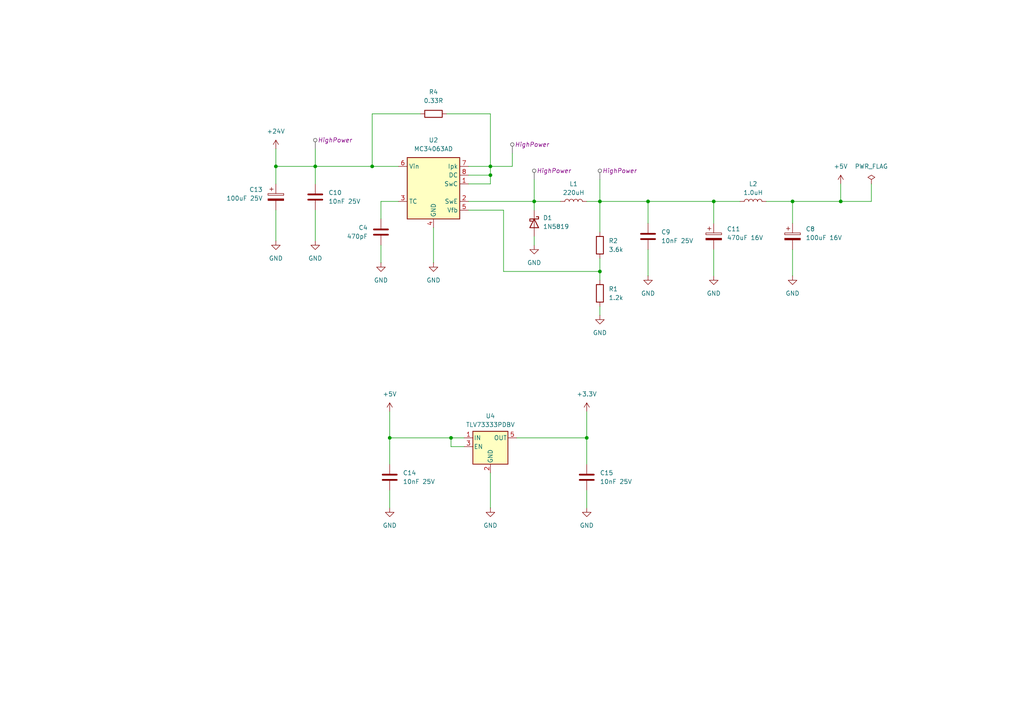
<source format=kicad_sch>
(kicad_sch
	(version 20231120)
	(generator "eeschema")
	(generator_version "8.0")
	(uuid "57637aa7-caf7-4de8-b339-45add76a67b4")
	(paper "A4")
	(title_block
		(title "PLC IO Module")
		(rev "1.0.0")
		(company "Dawid Kania")
	)
	(lib_symbols
		(symbol "Device:C"
			(pin_numbers hide)
			(pin_names
				(offset 0.254)
			)
			(exclude_from_sim no)
			(in_bom yes)
			(on_board yes)
			(property "Reference" "C"
				(at 0.635 2.54 0)
				(effects
					(font
						(size 1.27 1.27)
					)
					(justify left)
				)
			)
			(property "Value" "C"
				(at 0.635 -2.54 0)
				(effects
					(font
						(size 1.27 1.27)
					)
					(justify left)
				)
			)
			(property "Footprint" ""
				(at 0.9652 -3.81 0)
				(effects
					(font
						(size 1.27 1.27)
					)
					(hide yes)
				)
			)
			(property "Datasheet" "~"
				(at 0 0 0)
				(effects
					(font
						(size 1.27 1.27)
					)
					(hide yes)
				)
			)
			(property "Description" "Unpolarized capacitor"
				(at 0 0 0)
				(effects
					(font
						(size 1.27 1.27)
					)
					(hide yes)
				)
			)
			(property "ki_keywords" "cap capacitor"
				(at 0 0 0)
				(effects
					(font
						(size 1.27 1.27)
					)
					(hide yes)
				)
			)
			(property "ki_fp_filters" "C_*"
				(at 0 0 0)
				(effects
					(font
						(size 1.27 1.27)
					)
					(hide yes)
				)
			)
			(symbol "C_0_1"
				(polyline
					(pts
						(xy -2.032 -0.762) (xy 2.032 -0.762)
					)
					(stroke
						(width 0.508)
						(type default)
					)
					(fill
						(type none)
					)
				)
				(polyline
					(pts
						(xy -2.032 0.762) (xy 2.032 0.762)
					)
					(stroke
						(width 0.508)
						(type default)
					)
					(fill
						(type none)
					)
				)
			)
			(symbol "C_1_1"
				(pin passive line
					(at 0 3.81 270)
					(length 2.794)
					(name "~"
						(effects
							(font
								(size 1.27 1.27)
							)
						)
					)
					(number "1"
						(effects
							(font
								(size 1.27 1.27)
							)
						)
					)
				)
				(pin passive line
					(at 0 -3.81 90)
					(length 2.794)
					(name "~"
						(effects
							(font
								(size 1.27 1.27)
							)
						)
					)
					(number "2"
						(effects
							(font
								(size 1.27 1.27)
							)
						)
					)
				)
			)
		)
		(symbol "Device:C_Polarized"
			(pin_numbers hide)
			(pin_names
				(offset 0.254)
			)
			(exclude_from_sim no)
			(in_bom yes)
			(on_board yes)
			(property "Reference" "C"
				(at 0.635 2.54 0)
				(effects
					(font
						(size 1.27 1.27)
					)
					(justify left)
				)
			)
			(property "Value" "C_Polarized"
				(at 0.635 -2.54 0)
				(effects
					(font
						(size 1.27 1.27)
					)
					(justify left)
				)
			)
			(property "Footprint" ""
				(at 0.9652 -3.81 0)
				(effects
					(font
						(size 1.27 1.27)
					)
					(hide yes)
				)
			)
			(property "Datasheet" "~"
				(at 0 0 0)
				(effects
					(font
						(size 1.27 1.27)
					)
					(hide yes)
				)
			)
			(property "Description" "Polarized capacitor"
				(at 0 0 0)
				(effects
					(font
						(size 1.27 1.27)
					)
					(hide yes)
				)
			)
			(property "ki_keywords" "cap capacitor"
				(at 0 0 0)
				(effects
					(font
						(size 1.27 1.27)
					)
					(hide yes)
				)
			)
			(property "ki_fp_filters" "CP_*"
				(at 0 0 0)
				(effects
					(font
						(size 1.27 1.27)
					)
					(hide yes)
				)
			)
			(symbol "C_Polarized_0_1"
				(rectangle
					(start -2.286 0.508)
					(end 2.286 1.016)
					(stroke
						(width 0)
						(type default)
					)
					(fill
						(type none)
					)
				)
				(polyline
					(pts
						(xy -1.778 2.286) (xy -0.762 2.286)
					)
					(stroke
						(width 0)
						(type default)
					)
					(fill
						(type none)
					)
				)
				(polyline
					(pts
						(xy -1.27 2.794) (xy -1.27 1.778)
					)
					(stroke
						(width 0)
						(type default)
					)
					(fill
						(type none)
					)
				)
				(rectangle
					(start 2.286 -0.508)
					(end -2.286 -1.016)
					(stroke
						(width 0)
						(type default)
					)
					(fill
						(type outline)
					)
				)
			)
			(symbol "C_Polarized_1_1"
				(pin passive line
					(at 0 3.81 270)
					(length 2.794)
					(name "~"
						(effects
							(font
								(size 1.27 1.27)
							)
						)
					)
					(number "1"
						(effects
							(font
								(size 1.27 1.27)
							)
						)
					)
				)
				(pin passive line
					(at 0 -3.81 90)
					(length 2.794)
					(name "~"
						(effects
							(font
								(size 1.27 1.27)
							)
						)
					)
					(number "2"
						(effects
							(font
								(size 1.27 1.27)
							)
						)
					)
				)
			)
		)
		(symbol "Device:L"
			(pin_numbers hide)
			(pin_names
				(offset 1.016) hide)
			(exclude_from_sim no)
			(in_bom yes)
			(on_board yes)
			(property "Reference" "L"
				(at -1.27 0 90)
				(effects
					(font
						(size 1.27 1.27)
					)
				)
			)
			(property "Value" "L"
				(at 1.905 0 90)
				(effects
					(font
						(size 1.27 1.27)
					)
				)
			)
			(property "Footprint" ""
				(at 0 0 0)
				(effects
					(font
						(size 1.27 1.27)
					)
					(hide yes)
				)
			)
			(property "Datasheet" "~"
				(at 0 0 0)
				(effects
					(font
						(size 1.27 1.27)
					)
					(hide yes)
				)
			)
			(property "Description" "Inductor"
				(at 0 0 0)
				(effects
					(font
						(size 1.27 1.27)
					)
					(hide yes)
				)
			)
			(property "ki_keywords" "inductor choke coil reactor magnetic"
				(at 0 0 0)
				(effects
					(font
						(size 1.27 1.27)
					)
					(hide yes)
				)
			)
			(property "ki_fp_filters" "Choke_* *Coil* Inductor_* L_*"
				(at 0 0 0)
				(effects
					(font
						(size 1.27 1.27)
					)
					(hide yes)
				)
			)
			(symbol "L_0_1"
				(arc
					(start 0 -2.54)
					(mid 0.6323 -1.905)
					(end 0 -1.27)
					(stroke
						(width 0)
						(type default)
					)
					(fill
						(type none)
					)
				)
				(arc
					(start 0 -1.27)
					(mid 0.6323 -0.635)
					(end 0 0)
					(stroke
						(width 0)
						(type default)
					)
					(fill
						(type none)
					)
				)
				(arc
					(start 0 0)
					(mid 0.6323 0.635)
					(end 0 1.27)
					(stroke
						(width 0)
						(type default)
					)
					(fill
						(type none)
					)
				)
				(arc
					(start 0 1.27)
					(mid 0.6323 1.905)
					(end 0 2.54)
					(stroke
						(width 0)
						(type default)
					)
					(fill
						(type none)
					)
				)
			)
			(symbol "L_1_1"
				(pin passive line
					(at 0 3.81 270)
					(length 1.27)
					(name "1"
						(effects
							(font
								(size 1.27 1.27)
							)
						)
					)
					(number "1"
						(effects
							(font
								(size 1.27 1.27)
							)
						)
					)
				)
				(pin passive line
					(at 0 -3.81 90)
					(length 1.27)
					(name "2"
						(effects
							(font
								(size 1.27 1.27)
							)
						)
					)
					(number "2"
						(effects
							(font
								(size 1.27 1.27)
							)
						)
					)
				)
			)
		)
		(symbol "Device:R"
			(pin_numbers hide)
			(pin_names
				(offset 0)
			)
			(exclude_from_sim no)
			(in_bom yes)
			(on_board yes)
			(property "Reference" "R"
				(at 2.032 0 90)
				(effects
					(font
						(size 1.27 1.27)
					)
				)
			)
			(property "Value" "R"
				(at 0 0 90)
				(effects
					(font
						(size 1.27 1.27)
					)
				)
			)
			(property "Footprint" ""
				(at -1.778 0 90)
				(effects
					(font
						(size 1.27 1.27)
					)
					(hide yes)
				)
			)
			(property "Datasheet" "~"
				(at 0 0 0)
				(effects
					(font
						(size 1.27 1.27)
					)
					(hide yes)
				)
			)
			(property "Description" "Resistor"
				(at 0 0 0)
				(effects
					(font
						(size 1.27 1.27)
					)
					(hide yes)
				)
			)
			(property "ki_keywords" "R res resistor"
				(at 0 0 0)
				(effects
					(font
						(size 1.27 1.27)
					)
					(hide yes)
				)
			)
			(property "ki_fp_filters" "R_*"
				(at 0 0 0)
				(effects
					(font
						(size 1.27 1.27)
					)
					(hide yes)
				)
			)
			(symbol "R_0_1"
				(rectangle
					(start -1.016 -2.54)
					(end 1.016 2.54)
					(stroke
						(width 0.254)
						(type default)
					)
					(fill
						(type none)
					)
				)
			)
			(symbol "R_1_1"
				(pin passive line
					(at 0 3.81 270)
					(length 1.27)
					(name "~"
						(effects
							(font
								(size 1.27 1.27)
							)
						)
					)
					(number "1"
						(effects
							(font
								(size 1.27 1.27)
							)
						)
					)
				)
				(pin passive line
					(at 0 -3.81 90)
					(length 1.27)
					(name "~"
						(effects
							(font
								(size 1.27 1.27)
							)
						)
					)
					(number "2"
						(effects
							(font
								(size 1.27 1.27)
							)
						)
					)
				)
			)
		)
		(symbol "Diode:1N5819"
			(pin_numbers hide)
			(pin_names
				(offset 1.016) hide)
			(exclude_from_sim no)
			(in_bom yes)
			(on_board yes)
			(property "Reference" "D"
				(at 0 2.54 0)
				(effects
					(font
						(size 1.27 1.27)
					)
				)
			)
			(property "Value" "1N5819"
				(at 0 -2.54 0)
				(effects
					(font
						(size 1.27 1.27)
					)
				)
			)
			(property "Footprint" "Diode_THT:D_DO-41_SOD81_P10.16mm_Horizontal"
				(at 0 -4.445 0)
				(effects
					(font
						(size 1.27 1.27)
					)
					(hide yes)
				)
			)
			(property "Datasheet" "http://www.vishay.com/docs/88525/1n5817.pdf"
				(at 0 0 0)
				(effects
					(font
						(size 1.27 1.27)
					)
					(hide yes)
				)
			)
			(property "Description" "40V 1A Schottky Barrier Rectifier Diode, DO-41"
				(at 0 0 0)
				(effects
					(font
						(size 1.27 1.27)
					)
					(hide yes)
				)
			)
			(property "ki_keywords" "diode Schottky"
				(at 0 0 0)
				(effects
					(font
						(size 1.27 1.27)
					)
					(hide yes)
				)
			)
			(property "ki_fp_filters" "D*DO?41*"
				(at 0 0 0)
				(effects
					(font
						(size 1.27 1.27)
					)
					(hide yes)
				)
			)
			(symbol "1N5819_0_1"
				(polyline
					(pts
						(xy 1.27 0) (xy -1.27 0)
					)
					(stroke
						(width 0)
						(type default)
					)
					(fill
						(type none)
					)
				)
				(polyline
					(pts
						(xy 1.27 1.27) (xy 1.27 -1.27) (xy -1.27 0) (xy 1.27 1.27)
					)
					(stroke
						(width 0.254)
						(type default)
					)
					(fill
						(type none)
					)
				)
				(polyline
					(pts
						(xy -1.905 0.635) (xy -1.905 1.27) (xy -1.27 1.27) (xy -1.27 -1.27) (xy -0.635 -1.27) (xy -0.635 -0.635)
					)
					(stroke
						(width 0.254)
						(type default)
					)
					(fill
						(type none)
					)
				)
			)
			(symbol "1N5819_1_1"
				(pin passive line
					(at -3.81 0 0)
					(length 2.54)
					(name "K"
						(effects
							(font
								(size 1.27 1.27)
							)
						)
					)
					(number "1"
						(effects
							(font
								(size 1.27 1.27)
							)
						)
					)
				)
				(pin passive line
					(at 3.81 0 180)
					(length 2.54)
					(name "A"
						(effects
							(font
								(size 1.27 1.27)
							)
						)
					)
					(number "2"
						(effects
							(font
								(size 1.27 1.27)
							)
						)
					)
				)
			)
		)
		(symbol "Regulator_Linear:TLV73333PDBV"
			(pin_names
				(offset 0.254)
			)
			(exclude_from_sim no)
			(in_bom yes)
			(on_board yes)
			(property "Reference" "U"
				(at -3.81 5.715 0)
				(effects
					(font
						(size 1.27 1.27)
					)
				)
			)
			(property "Value" "TLV73333PDBV"
				(at 0 5.715 0)
				(effects
					(font
						(size 1.27 1.27)
					)
					(justify left)
				)
			)
			(property "Footprint" "Package_TO_SOT_SMD:SOT-23-5"
				(at 0 8.255 0)
				(effects
					(font
						(size 1.27 1.27)
						(italic yes)
					)
					(hide yes)
				)
			)
			(property "Datasheet" "http://www.ti.com/lit/ds/symlink/tlv733p.pdf"
				(at 0 0 0)
				(effects
					(font
						(size 1.27 1.27)
					)
					(hide yes)
				)
			)
			(property "Description" "300mA Capacitor-Free Low Dropout Voltage Regulator, Fixed Output 3.3V, SOT-23-5"
				(at 0 0 0)
				(effects
					(font
						(size 1.27 1.27)
					)
					(hide yes)
				)
			)
			(property "ki_keywords" "300mA LDO Regulator Fixed Positive Capacitor-Free"
				(at 0 0 0)
				(effects
					(font
						(size 1.27 1.27)
					)
					(hide yes)
				)
			)
			(property "ki_fp_filters" "SOT?23*"
				(at 0 0 0)
				(effects
					(font
						(size 1.27 1.27)
					)
					(hide yes)
				)
			)
			(symbol "TLV73333PDBV_0_1"
				(rectangle
					(start -5.08 4.445)
					(end 5.08 -5.08)
					(stroke
						(width 0.254)
						(type default)
					)
					(fill
						(type background)
					)
				)
			)
			(symbol "TLV73333PDBV_1_1"
				(pin power_in line
					(at -7.62 2.54 0)
					(length 2.54)
					(name "IN"
						(effects
							(font
								(size 1.27 1.27)
							)
						)
					)
					(number "1"
						(effects
							(font
								(size 1.27 1.27)
							)
						)
					)
				)
				(pin power_in line
					(at 0 -7.62 90)
					(length 2.54)
					(name "GND"
						(effects
							(font
								(size 1.27 1.27)
							)
						)
					)
					(number "2"
						(effects
							(font
								(size 1.27 1.27)
							)
						)
					)
				)
				(pin input line
					(at -7.62 0 0)
					(length 2.54)
					(name "EN"
						(effects
							(font
								(size 1.27 1.27)
							)
						)
					)
					(number "3"
						(effects
							(font
								(size 1.27 1.27)
							)
						)
					)
				)
				(pin no_connect line
					(at 5.08 0 180)
					(length 2.54) hide
					(name "NC"
						(effects
							(font
								(size 1.27 1.27)
							)
						)
					)
					(number "4"
						(effects
							(font
								(size 1.27 1.27)
							)
						)
					)
				)
				(pin power_out line
					(at 7.62 2.54 180)
					(length 2.54)
					(name "OUT"
						(effects
							(font
								(size 1.27 1.27)
							)
						)
					)
					(number "5"
						(effects
							(font
								(size 1.27 1.27)
							)
						)
					)
				)
			)
		)
		(symbol "Regulator_Switching:MC34063AD"
			(exclude_from_sim no)
			(in_bom yes)
			(on_board yes)
			(property "Reference" "U"
				(at -7.62 8.89 0)
				(effects
					(font
						(size 1.27 1.27)
					)
					(justify left)
				)
			)
			(property "Value" "MC34063AD"
				(at 0 8.89 0)
				(effects
					(font
						(size 1.27 1.27)
					)
					(justify left)
				)
			)
			(property "Footprint" "Package_SO:SOIC-8_3.9x4.9mm_P1.27mm"
				(at 1.27 -11.43 0)
				(effects
					(font
						(size 1.27 1.27)
					)
					(justify left)
					(hide yes)
				)
			)
			(property "Datasheet" "http://www.onsemi.com/pub_link/Collateral/MC34063A-D.PDF"
				(at 12.7 -2.54 0)
				(effects
					(font
						(size 1.27 1.27)
					)
					(hide yes)
				)
			)
			(property "Description" "1.5A, step-up/down/inverting switching regulator, 3-40V Vin, 100kHz, SO-8"
				(at 0 0 0)
				(effects
					(font
						(size 1.27 1.27)
					)
					(hide yes)
				)
			)
			(property "ki_keywords" "smps buck boost inverting"
				(at 0 0 0)
				(effects
					(font
						(size 1.27 1.27)
					)
					(hide yes)
				)
			)
			(property "ki_fp_filters" "SOIC*3.9x4.9mm*P1.27mm*"
				(at 0 0 0)
				(effects
					(font
						(size 1.27 1.27)
					)
					(hide yes)
				)
			)
			(symbol "MC34063AD_0_1"
				(rectangle
					(start -7.62 7.62)
					(end 7.62 -10.16)
					(stroke
						(width 0.254)
						(type default)
					)
					(fill
						(type background)
					)
				)
			)
			(symbol "MC34063AD_1_1"
				(pin open_collector line
					(at 10.16 0 180)
					(length 2.54)
					(name "SwC"
						(effects
							(font
								(size 1.27 1.27)
							)
						)
					)
					(number "1"
						(effects
							(font
								(size 1.27 1.27)
							)
						)
					)
				)
				(pin open_emitter line
					(at 10.16 -5.08 180)
					(length 2.54)
					(name "SwE"
						(effects
							(font
								(size 1.27 1.27)
							)
						)
					)
					(number "2"
						(effects
							(font
								(size 1.27 1.27)
							)
						)
					)
				)
				(pin passive line
					(at -10.16 -5.08 0)
					(length 2.54)
					(name "TC"
						(effects
							(font
								(size 1.27 1.27)
							)
						)
					)
					(number "3"
						(effects
							(font
								(size 1.27 1.27)
							)
						)
					)
				)
				(pin power_in line
					(at 0 -12.7 90)
					(length 2.54)
					(name "GND"
						(effects
							(font
								(size 1.27 1.27)
							)
						)
					)
					(number "4"
						(effects
							(font
								(size 1.27 1.27)
							)
						)
					)
				)
				(pin input line
					(at 10.16 -7.62 180)
					(length 2.54)
					(name "Vfb"
						(effects
							(font
								(size 1.27 1.27)
							)
						)
					)
					(number "5"
						(effects
							(font
								(size 1.27 1.27)
							)
						)
					)
				)
				(pin power_in line
					(at -10.16 5.08 0)
					(length 2.54)
					(name "Vin"
						(effects
							(font
								(size 1.27 1.27)
							)
						)
					)
					(number "6"
						(effects
							(font
								(size 1.27 1.27)
							)
						)
					)
				)
				(pin input line
					(at 10.16 5.08 180)
					(length 2.54)
					(name "Ipk"
						(effects
							(font
								(size 1.27 1.27)
							)
						)
					)
					(number "7"
						(effects
							(font
								(size 1.27 1.27)
							)
						)
					)
				)
				(pin open_collector line
					(at 10.16 2.54 180)
					(length 2.54)
					(name "DC"
						(effects
							(font
								(size 1.27 1.27)
							)
						)
					)
					(number "8"
						(effects
							(font
								(size 1.27 1.27)
							)
						)
					)
				)
			)
		)
		(symbol "power:+24V"
			(power)
			(pin_numbers hide)
			(pin_names
				(offset 0) hide)
			(exclude_from_sim no)
			(in_bom yes)
			(on_board yes)
			(property "Reference" "#PWR"
				(at 0 -3.81 0)
				(effects
					(font
						(size 1.27 1.27)
					)
					(hide yes)
				)
			)
			(property "Value" "+24V"
				(at 0 3.556 0)
				(effects
					(font
						(size 1.27 1.27)
					)
				)
			)
			(property "Footprint" ""
				(at 0 0 0)
				(effects
					(font
						(size 1.27 1.27)
					)
					(hide yes)
				)
			)
			(property "Datasheet" ""
				(at 0 0 0)
				(effects
					(font
						(size 1.27 1.27)
					)
					(hide yes)
				)
			)
			(property "Description" "Power symbol creates a global label with name \"+24V\""
				(at 0 0 0)
				(effects
					(font
						(size 1.27 1.27)
					)
					(hide yes)
				)
			)
			(property "ki_keywords" "global power"
				(at 0 0 0)
				(effects
					(font
						(size 1.27 1.27)
					)
					(hide yes)
				)
			)
			(symbol "+24V_0_1"
				(polyline
					(pts
						(xy -0.762 1.27) (xy 0 2.54)
					)
					(stroke
						(width 0)
						(type default)
					)
					(fill
						(type none)
					)
				)
				(polyline
					(pts
						(xy 0 0) (xy 0 2.54)
					)
					(stroke
						(width 0)
						(type default)
					)
					(fill
						(type none)
					)
				)
				(polyline
					(pts
						(xy 0 2.54) (xy 0.762 1.27)
					)
					(stroke
						(width 0)
						(type default)
					)
					(fill
						(type none)
					)
				)
			)
			(symbol "+24V_1_1"
				(pin power_in line
					(at 0 0 90)
					(length 0)
					(name "~"
						(effects
							(font
								(size 1.27 1.27)
							)
						)
					)
					(number "1"
						(effects
							(font
								(size 1.27 1.27)
							)
						)
					)
				)
			)
		)
		(symbol "power:+3.3V"
			(power)
			(pin_numbers hide)
			(pin_names
				(offset 0) hide)
			(exclude_from_sim no)
			(in_bom yes)
			(on_board yes)
			(property "Reference" "#PWR"
				(at 0 -3.81 0)
				(effects
					(font
						(size 1.27 1.27)
					)
					(hide yes)
				)
			)
			(property "Value" "+3.3V"
				(at 0 3.556 0)
				(effects
					(font
						(size 1.27 1.27)
					)
				)
			)
			(property "Footprint" ""
				(at 0 0 0)
				(effects
					(font
						(size 1.27 1.27)
					)
					(hide yes)
				)
			)
			(property "Datasheet" ""
				(at 0 0 0)
				(effects
					(font
						(size 1.27 1.27)
					)
					(hide yes)
				)
			)
			(property "Description" "Power symbol creates a global label with name \"+3.3V\""
				(at 0 0 0)
				(effects
					(font
						(size 1.27 1.27)
					)
					(hide yes)
				)
			)
			(property "ki_keywords" "global power"
				(at 0 0 0)
				(effects
					(font
						(size 1.27 1.27)
					)
					(hide yes)
				)
			)
			(symbol "+3.3V_0_1"
				(polyline
					(pts
						(xy -0.762 1.27) (xy 0 2.54)
					)
					(stroke
						(width 0)
						(type default)
					)
					(fill
						(type none)
					)
				)
				(polyline
					(pts
						(xy 0 0) (xy 0 2.54)
					)
					(stroke
						(width 0)
						(type default)
					)
					(fill
						(type none)
					)
				)
				(polyline
					(pts
						(xy 0 2.54) (xy 0.762 1.27)
					)
					(stroke
						(width 0)
						(type default)
					)
					(fill
						(type none)
					)
				)
			)
			(symbol "+3.3V_1_1"
				(pin power_in line
					(at 0 0 90)
					(length 0)
					(name "~"
						(effects
							(font
								(size 1.27 1.27)
							)
						)
					)
					(number "1"
						(effects
							(font
								(size 1.27 1.27)
							)
						)
					)
				)
			)
		)
		(symbol "power:+5V"
			(power)
			(pin_numbers hide)
			(pin_names
				(offset 0) hide)
			(exclude_from_sim no)
			(in_bom yes)
			(on_board yes)
			(property "Reference" "#PWR"
				(at 0 -3.81 0)
				(effects
					(font
						(size 1.27 1.27)
					)
					(hide yes)
				)
			)
			(property "Value" "+5V"
				(at 0 3.556 0)
				(effects
					(font
						(size 1.27 1.27)
					)
				)
			)
			(property "Footprint" ""
				(at 0 0 0)
				(effects
					(font
						(size 1.27 1.27)
					)
					(hide yes)
				)
			)
			(property "Datasheet" ""
				(at 0 0 0)
				(effects
					(font
						(size 1.27 1.27)
					)
					(hide yes)
				)
			)
			(property "Description" "Power symbol creates a global label with name \"+5V\""
				(at 0 0 0)
				(effects
					(font
						(size 1.27 1.27)
					)
					(hide yes)
				)
			)
			(property "ki_keywords" "global power"
				(at 0 0 0)
				(effects
					(font
						(size 1.27 1.27)
					)
					(hide yes)
				)
			)
			(symbol "+5V_0_1"
				(polyline
					(pts
						(xy -0.762 1.27) (xy 0 2.54)
					)
					(stroke
						(width 0)
						(type default)
					)
					(fill
						(type none)
					)
				)
				(polyline
					(pts
						(xy 0 0) (xy 0 2.54)
					)
					(stroke
						(width 0)
						(type default)
					)
					(fill
						(type none)
					)
				)
				(polyline
					(pts
						(xy 0 2.54) (xy 0.762 1.27)
					)
					(stroke
						(width 0)
						(type default)
					)
					(fill
						(type none)
					)
				)
			)
			(symbol "+5V_1_1"
				(pin power_in line
					(at 0 0 90)
					(length 0)
					(name "~"
						(effects
							(font
								(size 1.27 1.27)
							)
						)
					)
					(number "1"
						(effects
							(font
								(size 1.27 1.27)
							)
						)
					)
				)
			)
		)
		(symbol "power:GND"
			(power)
			(pin_numbers hide)
			(pin_names
				(offset 0) hide)
			(exclude_from_sim no)
			(in_bom yes)
			(on_board yes)
			(property "Reference" "#PWR"
				(at 0 -6.35 0)
				(effects
					(font
						(size 1.27 1.27)
					)
					(hide yes)
				)
			)
			(property "Value" "GND"
				(at 0 -3.81 0)
				(effects
					(font
						(size 1.27 1.27)
					)
				)
			)
			(property "Footprint" ""
				(at 0 0 0)
				(effects
					(font
						(size 1.27 1.27)
					)
					(hide yes)
				)
			)
			(property "Datasheet" ""
				(at 0 0 0)
				(effects
					(font
						(size 1.27 1.27)
					)
					(hide yes)
				)
			)
			(property "Description" "Power symbol creates a global label with name \"GND\" , ground"
				(at 0 0 0)
				(effects
					(font
						(size 1.27 1.27)
					)
					(hide yes)
				)
			)
			(property "ki_keywords" "global power"
				(at 0 0 0)
				(effects
					(font
						(size 1.27 1.27)
					)
					(hide yes)
				)
			)
			(symbol "GND_0_1"
				(polyline
					(pts
						(xy 0 0) (xy 0 -1.27) (xy 1.27 -1.27) (xy 0 -2.54) (xy -1.27 -1.27) (xy 0 -1.27)
					)
					(stroke
						(width 0)
						(type default)
					)
					(fill
						(type none)
					)
				)
			)
			(symbol "GND_1_1"
				(pin power_in line
					(at 0 0 270)
					(length 0)
					(name "~"
						(effects
							(font
								(size 1.27 1.27)
							)
						)
					)
					(number "1"
						(effects
							(font
								(size 1.27 1.27)
							)
						)
					)
				)
			)
		)
		(symbol "power:PWR_FLAG"
			(power)
			(pin_numbers hide)
			(pin_names
				(offset 0) hide)
			(exclude_from_sim no)
			(in_bom yes)
			(on_board yes)
			(property "Reference" "#FLG"
				(at 0 1.905 0)
				(effects
					(font
						(size 1.27 1.27)
					)
					(hide yes)
				)
			)
			(property "Value" "PWR_FLAG"
				(at 0 3.81 0)
				(effects
					(font
						(size 1.27 1.27)
					)
				)
			)
			(property "Footprint" ""
				(at 0 0 0)
				(effects
					(font
						(size 1.27 1.27)
					)
					(hide yes)
				)
			)
			(property "Datasheet" "~"
				(at 0 0 0)
				(effects
					(font
						(size 1.27 1.27)
					)
					(hide yes)
				)
			)
			(property "Description" "Special symbol for telling ERC where power comes from"
				(at 0 0 0)
				(effects
					(font
						(size 1.27 1.27)
					)
					(hide yes)
				)
			)
			(property "ki_keywords" "flag power"
				(at 0 0 0)
				(effects
					(font
						(size 1.27 1.27)
					)
					(hide yes)
				)
			)
			(symbol "PWR_FLAG_0_0"
				(pin power_out line
					(at 0 0 90)
					(length 0)
					(name "~"
						(effects
							(font
								(size 1.27 1.27)
							)
						)
					)
					(number "1"
						(effects
							(font
								(size 1.27 1.27)
							)
						)
					)
				)
			)
			(symbol "PWR_FLAG_0_1"
				(polyline
					(pts
						(xy 0 0) (xy 0 1.27) (xy -1.016 1.905) (xy 0 2.54) (xy 1.016 1.905) (xy 0 1.27)
					)
					(stroke
						(width 0)
						(type default)
					)
					(fill
						(type none)
					)
				)
			)
		)
	)
	(junction
		(at 173.99 78.74)
		(diameter 0)
		(color 0 0 0 0)
		(uuid "03fa7d29-dfcc-41da-89d4-94ed50b3b627")
	)
	(junction
		(at 91.44 48.26)
		(diameter 0)
		(color 0 0 0 0)
		(uuid "0ce2b650-ab00-45cf-948e-d7cd652e0275")
	)
	(junction
		(at 207.01 58.42)
		(diameter 0)
		(color 0 0 0 0)
		(uuid "0d7a5abd-fb3f-46ba-be6a-83ad319a5e06")
	)
	(junction
		(at 142.24 50.8)
		(diameter 0)
		(color 0 0 0 0)
		(uuid "33c4cf3a-2a9b-4566-a67a-9e0e78ac0c53")
	)
	(junction
		(at 107.95 48.26)
		(diameter 0)
		(color 0 0 0 0)
		(uuid "4fb12250-ca0b-4a57-bb94-2fd8e276f26b")
	)
	(junction
		(at 170.18 127)
		(diameter 0)
		(color 0 0 0 0)
		(uuid "50d6e34a-fd6f-4475-a38a-5cb859682ab2")
	)
	(junction
		(at 187.96 58.42)
		(diameter 0)
		(color 0 0 0 0)
		(uuid "7c7579c6-fa62-4be9-8038-0f13a593f3d4")
	)
	(junction
		(at 80.01 48.26)
		(diameter 0)
		(color 0 0 0 0)
		(uuid "c148e67a-f37f-4f70-a8a5-d430f17500a4")
	)
	(junction
		(at 154.94 58.42)
		(diameter 0)
		(color 0 0 0 0)
		(uuid "c196e53f-ab57-4bc3-a602-1f0acc0e13df")
	)
	(junction
		(at 229.87 58.42)
		(diameter 0)
		(color 0 0 0 0)
		(uuid "c19bce78-bb1c-45f3-be99-0d2c23ec8543")
	)
	(junction
		(at 173.99 58.42)
		(diameter 0)
		(color 0 0 0 0)
		(uuid "c36bbaf1-4c76-4e2d-87c3-12bdc6ecdf87")
	)
	(junction
		(at 243.84 58.42)
		(diameter 0)
		(color 0 0 0 0)
		(uuid "d3896c04-69a2-4200-99bc-26e83282188f")
	)
	(junction
		(at 113.03 127)
		(diameter 0)
		(color 0 0 0 0)
		(uuid "d61815d5-da52-4a63-a113-962feea58e11")
	)
	(junction
		(at 130.81 127)
		(diameter 0)
		(color 0 0 0 0)
		(uuid "d929163f-b48e-4369-a986-3fae5a35ceda")
	)
	(junction
		(at 142.24 48.26)
		(diameter 0)
		(color 0 0 0 0)
		(uuid "f2f5f8ef-a62b-4bf0-9c13-9320b08a4fb8")
	)
	(wire
		(pts
			(xy 149.86 127) (xy 170.18 127)
		)
		(stroke
			(width 0)
			(type default)
		)
		(uuid "03149639-0806-4b1a-a554-c3337ae1bf97")
	)
	(wire
		(pts
			(xy 154.94 58.42) (xy 162.56 58.42)
		)
		(stroke
			(width 0)
			(type default)
		)
		(uuid "04fe0c62-be79-42da-87e5-24c27a265c4c")
	)
	(wire
		(pts
			(xy 91.44 48.26) (xy 107.95 48.26)
		)
		(stroke
			(width 0)
			(type default)
		)
		(uuid "0ba35f5b-106d-484b-bbbd-c8f4ed75cd8e")
	)
	(wire
		(pts
			(xy 207.01 58.42) (xy 214.63 58.42)
		)
		(stroke
			(width 0)
			(type default)
		)
		(uuid "0dc633ea-d7b6-4b34-a908-228c7014bb28")
	)
	(wire
		(pts
			(xy 170.18 142.24) (xy 170.18 147.32)
		)
		(stroke
			(width 0)
			(type default)
		)
		(uuid "12283a7d-3120-487a-8c0a-44e3731b8dc6")
	)
	(wire
		(pts
			(xy 80.01 48.26) (xy 91.44 48.26)
		)
		(stroke
			(width 0)
			(type default)
		)
		(uuid "17c2bb50-5e40-4808-a41a-b515c4fcae1a")
	)
	(wire
		(pts
			(xy 110.49 58.42) (xy 110.49 63.5)
		)
		(stroke
			(width 0)
			(type default)
		)
		(uuid "1b20181a-5e80-4477-9d08-f5dfa14f35f2")
	)
	(wire
		(pts
			(xy 110.49 71.12) (xy 110.49 76.2)
		)
		(stroke
			(width 0)
			(type default)
		)
		(uuid "1e12af97-ca12-4309-a714-a0154c1579b4")
	)
	(wire
		(pts
			(xy 207.01 72.39) (xy 207.01 80.01)
		)
		(stroke
			(width 0)
			(type default)
		)
		(uuid "2109cbd2-a9d2-4ee8-8bec-a477b8f6e512")
	)
	(wire
		(pts
			(xy 142.24 50.8) (xy 142.24 48.26)
		)
		(stroke
			(width 0)
			(type default)
		)
		(uuid "2294a961-e8c9-4978-9b26-98f756dcee3b")
	)
	(wire
		(pts
			(xy 173.99 78.74) (xy 173.99 81.28)
		)
		(stroke
			(width 0)
			(type default)
		)
		(uuid "26812b2c-c47c-4f57-9a29-898ee2de8aa2")
	)
	(wire
		(pts
			(xy 154.94 52.07) (xy 154.94 58.42)
		)
		(stroke
			(width 0)
			(type default)
		)
		(uuid "27221aa1-a4de-4216-8464-63c30e2649d8")
	)
	(wire
		(pts
			(xy 135.89 50.8) (xy 142.24 50.8)
		)
		(stroke
			(width 0)
			(type default)
		)
		(uuid "27bbf63d-fd4c-4983-b6b7-6f29b686489a")
	)
	(wire
		(pts
			(xy 130.81 127) (xy 134.62 127)
		)
		(stroke
			(width 0)
			(type default)
		)
		(uuid "29d969c6-0738-4222-8e59-93ba41da0117")
	)
	(wire
		(pts
			(xy 80.01 48.26) (xy 80.01 53.34)
		)
		(stroke
			(width 0)
			(type default)
		)
		(uuid "2e3d9c20-e4ed-4ac3-9506-298d7826bf39")
	)
	(wire
		(pts
			(xy 142.24 137.16) (xy 142.24 147.32)
		)
		(stroke
			(width 0)
			(type default)
		)
		(uuid "31815659-8fba-47f3-8d85-a88f76c1512f")
	)
	(wire
		(pts
			(xy 146.05 60.96) (xy 146.05 78.74)
		)
		(stroke
			(width 0)
			(type default)
		)
		(uuid "36b068e6-7863-4710-ad1e-b470898cf1b3")
	)
	(wire
		(pts
			(xy 187.96 58.42) (xy 207.01 58.42)
		)
		(stroke
			(width 0)
			(type default)
		)
		(uuid "3d75df7a-bd58-493f-8bb6-ef5576eb03ec")
	)
	(wire
		(pts
			(xy 129.54 33.02) (xy 142.24 33.02)
		)
		(stroke
			(width 0)
			(type default)
		)
		(uuid "3e22e8c8-eb94-40a9-84d1-526d3dca02f9")
	)
	(wire
		(pts
			(xy 229.87 72.39) (xy 229.87 80.01)
		)
		(stroke
			(width 0)
			(type default)
		)
		(uuid "40e05588-e182-4b2d-a783-5eb5d38e5f7b")
	)
	(wire
		(pts
			(xy 243.84 53.34) (xy 243.84 58.42)
		)
		(stroke
			(width 0)
			(type default)
		)
		(uuid "41ce6d29-25f5-4d93-a38c-7ceab532f810")
	)
	(wire
		(pts
			(xy 135.89 53.34) (xy 142.24 53.34)
		)
		(stroke
			(width 0)
			(type default)
		)
		(uuid "47cc4d3b-b401-48e2-b9a8-22b87b53a2cb")
	)
	(wire
		(pts
			(xy 148.59 48.26) (xy 142.24 48.26)
		)
		(stroke
			(width 0)
			(type default)
		)
		(uuid "4a134ff4-026f-4f6f-b6e8-2b6f2dd7babc")
	)
	(wire
		(pts
			(xy 170.18 58.42) (xy 173.99 58.42)
		)
		(stroke
			(width 0)
			(type default)
		)
		(uuid "4c17a528-3b1b-4ecf-a7d1-077c18a35e97")
	)
	(wire
		(pts
			(xy 173.99 58.42) (xy 187.96 58.42)
		)
		(stroke
			(width 0)
			(type default)
		)
		(uuid "538985b2-3e76-4c43-8027-850fcb6e380d")
	)
	(wire
		(pts
			(xy 91.44 43.18) (xy 91.44 48.26)
		)
		(stroke
			(width 0)
			(type default)
		)
		(uuid "578a2490-46bf-415c-a4ea-a1f3111034b8")
	)
	(wire
		(pts
			(xy 113.03 127) (xy 113.03 134.62)
		)
		(stroke
			(width 0)
			(type default)
		)
		(uuid "596722b4-ec12-4d09-9706-039320a05d79")
	)
	(wire
		(pts
			(xy 91.44 60.96) (xy 91.44 69.85)
		)
		(stroke
			(width 0)
			(type default)
		)
		(uuid "5c2fb0c4-1adb-4e12-b728-6ab9a2b6c7d3")
	)
	(wire
		(pts
			(xy 187.96 80.01) (xy 187.96 72.39)
		)
		(stroke
			(width 0)
			(type default)
		)
		(uuid "5e036cf1-f6be-47ed-ace0-ba49da07cb19")
	)
	(wire
		(pts
			(xy 107.95 48.26) (xy 115.57 48.26)
		)
		(stroke
			(width 0)
			(type default)
		)
		(uuid "61b6b1fd-3f92-4786-a097-090bb4290354")
	)
	(wire
		(pts
			(xy 148.59 44.45) (xy 148.59 48.26)
		)
		(stroke
			(width 0)
			(type default)
		)
		(uuid "64c53d01-3fdd-4a6e-b760-a007ea01c182")
	)
	(wire
		(pts
			(xy 113.03 142.24) (xy 113.03 147.32)
		)
		(stroke
			(width 0)
			(type default)
		)
		(uuid "6a46066d-6346-4b93-9b3a-d539a2d79050")
	)
	(wire
		(pts
			(xy 154.94 71.12) (xy 154.94 68.58)
		)
		(stroke
			(width 0)
			(type default)
		)
		(uuid "6cd3af9b-ad30-4a09-830f-1af6ee465e40")
	)
	(wire
		(pts
			(xy 107.95 33.02) (xy 121.92 33.02)
		)
		(stroke
			(width 0)
			(type default)
		)
		(uuid "722f8e4e-b7b8-444e-9ec4-bbd1ce316396")
	)
	(wire
		(pts
			(xy 146.05 78.74) (xy 173.99 78.74)
		)
		(stroke
			(width 0)
			(type default)
		)
		(uuid "76e64551-d67a-404e-89e0-be9371fe9477")
	)
	(wire
		(pts
			(xy 107.95 48.26) (xy 107.95 33.02)
		)
		(stroke
			(width 0)
			(type default)
		)
		(uuid "76edcec0-03f4-4533-9d8d-3348d6a22c15")
	)
	(wire
		(pts
			(xy 154.94 58.42) (xy 135.89 58.42)
		)
		(stroke
			(width 0)
			(type default)
		)
		(uuid "7ea73c9c-5fad-41dd-b6c1-ba883df2c600")
	)
	(wire
		(pts
			(xy 243.84 58.42) (xy 252.73 58.42)
		)
		(stroke
			(width 0)
			(type default)
		)
		(uuid "839b23c5-b565-442d-9a7b-91af37eeb732")
	)
	(wire
		(pts
			(xy 154.94 60.96) (xy 154.94 58.42)
		)
		(stroke
			(width 0)
			(type default)
		)
		(uuid "8732935d-3a5f-45ce-aa6b-9922d469a1cc")
	)
	(wire
		(pts
			(xy 130.81 127) (xy 130.81 129.54)
		)
		(stroke
			(width 0)
			(type default)
		)
		(uuid "89f43ae3-7642-4c35-8ca3-8c0011f72d10")
	)
	(wire
		(pts
			(xy 80.01 60.96) (xy 80.01 69.85)
		)
		(stroke
			(width 0)
			(type default)
		)
		(uuid "8c445b4d-29eb-472b-936e-521144184c0a")
	)
	(wire
		(pts
			(xy 229.87 58.42) (xy 229.87 64.77)
		)
		(stroke
			(width 0)
			(type default)
		)
		(uuid "8ca870ab-8e51-4ae0-b1e6-a93b50a00622")
	)
	(wire
		(pts
			(xy 170.18 127) (xy 170.18 134.62)
		)
		(stroke
			(width 0)
			(type default)
		)
		(uuid "91df3bf2-af3d-4199-98c9-88907d4df15d")
	)
	(wire
		(pts
			(xy 125.73 66.04) (xy 125.73 76.2)
		)
		(stroke
			(width 0)
			(type default)
		)
		(uuid "92523c61-da8c-4560-b8b0-54800be03652")
	)
	(wire
		(pts
			(xy 135.89 60.96) (xy 146.05 60.96)
		)
		(stroke
			(width 0)
			(type default)
		)
		(uuid "97b1c940-214e-4f44-9859-d82668098ba2")
	)
	(wire
		(pts
			(xy 229.87 58.42) (xy 243.84 58.42)
		)
		(stroke
			(width 0)
			(type default)
		)
		(uuid "97e1a914-c613-4329-bc93-c3663c63f030")
	)
	(wire
		(pts
			(xy 113.03 127) (xy 130.81 127)
		)
		(stroke
			(width 0)
			(type default)
		)
		(uuid "9aa39731-28ce-41c4-83d9-f4d08f80d0e1")
	)
	(wire
		(pts
			(xy 173.99 74.93) (xy 173.99 78.74)
		)
		(stroke
			(width 0)
			(type default)
		)
		(uuid "a2e43e37-bb59-499b-a3c7-a8bc82b55aed")
	)
	(wire
		(pts
			(xy 80.01 43.18) (xy 80.01 48.26)
		)
		(stroke
			(width 0)
			(type default)
		)
		(uuid "aa8dc979-ae15-48cf-8391-9c79a9912eab")
	)
	(wire
		(pts
			(xy 252.73 53.34) (xy 252.73 58.42)
		)
		(stroke
			(width 0)
			(type default)
		)
		(uuid "b61fde53-7f9c-49cd-8573-fc826857c4e1")
	)
	(wire
		(pts
			(xy 170.18 119.38) (xy 170.18 127)
		)
		(stroke
			(width 0)
			(type default)
		)
		(uuid "b80bc051-bf5c-4bae-841c-863a14a91543")
	)
	(wire
		(pts
			(xy 173.99 58.42) (xy 173.99 67.31)
		)
		(stroke
			(width 0)
			(type default)
		)
		(uuid "b9a4a09e-3e1a-4fbd-ae83-bf8fe8be1229")
	)
	(wire
		(pts
			(xy 187.96 58.42) (xy 187.96 64.77)
		)
		(stroke
			(width 0)
			(type default)
		)
		(uuid "bab9f7f3-a8e4-4bfe-bc74-ec15c5f33e9d")
	)
	(wire
		(pts
			(xy 91.44 48.26) (xy 91.44 53.34)
		)
		(stroke
			(width 0)
			(type default)
		)
		(uuid "c521c6c5-9e78-4a71-a796-6f3987c15c0a")
	)
	(wire
		(pts
			(xy 222.25 58.42) (xy 229.87 58.42)
		)
		(stroke
			(width 0)
			(type default)
		)
		(uuid "c5d7b53a-62f8-4c05-9007-710602b4d89b")
	)
	(wire
		(pts
			(xy 142.24 33.02) (xy 142.24 48.26)
		)
		(stroke
			(width 0)
			(type default)
		)
		(uuid "c6b4764b-3f35-44b6-b591-2870d56e31fe")
	)
	(wire
		(pts
			(xy 113.03 119.38) (xy 113.03 127)
		)
		(stroke
			(width 0)
			(type default)
		)
		(uuid "c87c3a6e-fb63-407b-a7bc-54e7b5f45bfc")
	)
	(wire
		(pts
			(xy 173.99 52.07) (xy 173.99 58.42)
		)
		(stroke
			(width 0)
			(type default)
		)
		(uuid "cc8466d6-33df-4f1d-a467-827e40291a28")
	)
	(wire
		(pts
			(xy 115.57 58.42) (xy 110.49 58.42)
		)
		(stroke
			(width 0)
			(type default)
		)
		(uuid "cddb756a-377b-4d2f-95bb-a871922ac6ab")
	)
	(wire
		(pts
			(xy 207.01 58.42) (xy 207.01 64.77)
		)
		(stroke
			(width 0)
			(type default)
		)
		(uuid "d16209a5-3618-4f8f-becd-ae3b67350ace")
	)
	(wire
		(pts
			(xy 142.24 48.26) (xy 135.89 48.26)
		)
		(stroke
			(width 0)
			(type default)
		)
		(uuid "d263b7b7-bff0-493c-b056-914865657315")
	)
	(wire
		(pts
			(xy 142.24 53.34) (xy 142.24 50.8)
		)
		(stroke
			(width 0)
			(type default)
		)
		(uuid "df169868-4035-4108-8a33-40fc5bc3ed99")
	)
	(wire
		(pts
			(xy 130.81 129.54) (xy 134.62 129.54)
		)
		(stroke
			(width 0)
			(type default)
		)
		(uuid "fb6edbf9-aec1-446f-a663-856cc4b40dd9")
	)
	(wire
		(pts
			(xy 173.99 91.44) (xy 173.99 88.9)
		)
		(stroke
			(width 0)
			(type default)
		)
		(uuid "fb764645-60fe-4d75-ad5e-289faaf12081")
	)
	(netclass_flag ""
		(length 2.54)
		(shape round)
		(at 91.44 43.18 0)
		(fields_autoplaced yes)
		(effects
			(font
				(size 1.27 1.27)
			)
			(justify left bottom)
		)
		(uuid "617a2f32-76bd-4e52-b3a9-4e322257b83b")
		(property "Netclass" "HighPower"
			(at 92.1385 40.64 0)
			(effects
				(font
					(size 1.27 1.27)
					(italic yes)
				)
				(justify left)
			)
		)
	)
	(netclass_flag ""
		(length 2.54)
		(shape round)
		(at 173.99 52.07 0)
		(fields_autoplaced yes)
		(effects
			(font
				(size 1.27 1.27)
			)
			(justify left bottom)
		)
		(uuid "68eebcf4-ffed-42e1-8649-2b9166e6ecc7")
		(property "Netclass" "HighPower"
			(at 174.6885 49.53 0)
			(effects
				(font
					(size 1.27 1.27)
					(italic yes)
				)
				(justify left)
			)
		)
	)
	(netclass_flag ""
		(length 2.54)
		(shape round)
		(at 154.94 52.07 0)
		(fields_autoplaced yes)
		(effects
			(font
				(size 1.27 1.27)
			)
			(justify left bottom)
		)
		(uuid "6bc27800-1abe-4eae-bed1-dd17080b9636")
		(property "Netclass" "HighPower"
			(at 155.6385 49.53 0)
			(effects
				(font
					(size 1.27 1.27)
					(italic yes)
				)
				(justify left)
			)
		)
	)
	(netclass_flag ""
		(length 2.54)
		(shape round)
		(at 148.59 44.45 0)
		(fields_autoplaced yes)
		(effects
			(font
				(size 1.27 1.27)
			)
			(justify left bottom)
		)
		(uuid "bb9da8ba-a7e4-49d4-a47d-0216ff2c65fb")
		(property "Netclass" "HighPower"
			(at 149.2885 41.91 0)
			(effects
				(font
					(size 1.27 1.27)
					(italic yes)
				)
				(justify left)
			)
		)
	)
	(symbol
		(lib_id "Device:C")
		(at 91.44 57.15 0)
		(unit 1)
		(exclude_from_sim no)
		(in_bom yes)
		(on_board yes)
		(dnp no)
		(fields_autoplaced yes)
		(uuid "04e3408a-32ee-429e-84b1-bd13e7ef5db1")
		(property "Reference" "C10"
			(at 95.25 55.8799 0)
			(effects
				(font
					(size 1.27 1.27)
				)
				(justify left)
			)
		)
		(property "Value" "10nF 25V"
			(at 95.25 58.4199 0)
			(effects
				(font
					(size 1.27 1.27)
				)
				(justify left)
			)
		)
		(property "Footprint" "Capacitor_SMD:C_1206_3216Metric_Pad1.33x1.80mm_HandSolder"
			(at 92.4052 60.96 0)
			(effects
				(font
					(size 1.27 1.27)
				)
				(hide yes)
			)
		)
		(property "Datasheet" "~"
			(at 91.44 57.15 0)
			(effects
				(font
					(size 1.27 1.27)
				)
				(hide yes)
			)
		)
		(property "Description" "Unpolarized capacitor"
			(at 91.44 57.15 0)
			(effects
				(font
					(size 1.27 1.27)
				)
				(hide yes)
			)
		)
		(property "Sim.Device" ""
			(at 91.44 57.15 0)
			(effects
				(font
					(size 1.27 1.27)
				)
				(hide yes)
			)
		)
		(property "Sim.Pins" ""
			(at 91.44 57.15 0)
			(effects
				(font
					(size 1.27 1.27)
				)
				(hide yes)
			)
		)
		(property "Sim.Type" ""
			(at 91.44 57.15 0)
			(effects
				(font
					(size 1.27 1.27)
				)
				(hide yes)
			)
		)
		(property "Symbol Mouser" "80-C0805C824K4RAUTO"
			(at 91.44 57.15 0)
			(effects
				(font
					(size 1.27 1.27)
				)
				(hide yes)
			)
		)
		(property "Symbol TME" "1206B103K101CT"
			(at 91.44 57.15 0)
			(effects
				(font
					(size 1.27 1.27)
				)
				(hide yes)
			)
		)
		(pin "1"
			(uuid "0f55d2a8-5154-4415-8bc8-6bb0c0844e0c")
		)
		(pin "2"
			(uuid "67c1c3e7-5ff8-4d7d-b95c-1fb95ffb8c72")
		)
		(instances
			(project "plc_io_module"
				(path "/7c9d0049-b8ca-4ba4-b225-d2b103422ad4/4469ddad-434c-4917-a7c3-cce96275252f"
					(reference "C10")
					(unit 1)
				)
			)
		)
	)
	(symbol
		(lib_id "Device:C_Polarized")
		(at 207.01 68.58 0)
		(unit 1)
		(exclude_from_sim no)
		(in_bom yes)
		(on_board yes)
		(dnp no)
		(fields_autoplaced yes)
		(uuid "0ee30c55-1106-47af-8529-bd436c11410d")
		(property "Reference" "C11"
			(at 210.82 66.4209 0)
			(effects
				(font
					(size 1.27 1.27)
				)
				(justify left)
			)
		)
		(property "Value" "470uF 16V"
			(at 210.82 68.9609 0)
			(effects
				(font
					(size 1.27 1.27)
				)
				(justify left)
			)
		)
		(property "Footprint" "Capacitor_SMD:CP_Elec_10x10"
			(at 207.9752 72.39 0)
			(effects
				(font
					(size 1.27 1.27)
				)
				(hide yes)
			)
		)
		(property "Datasheet" "~"
			(at 207.01 68.58 0)
			(effects
				(font
					(size 1.27 1.27)
				)
				(hide yes)
			)
		)
		(property "Description" "Polarized capacitor"
			(at 207.01 68.58 0)
			(effects
				(font
					(size 1.27 1.27)
				)
				(hide yes)
			)
		)
		(property "Sim.Device" ""
			(at 207.01 68.58 0)
			(effects
				(font
					(size 1.27 1.27)
				)
				(hide yes)
			)
		)
		(property "Sim.Pins" ""
			(at 207.01 68.58 0)
			(effects
				(font
					(size 1.27 1.27)
				)
				(hide yes)
			)
		)
		(property "Sim.Type" ""
			(at 207.01 68.58 0)
			(effects
				(font
					(size 1.27 1.27)
				)
				(hide yes)
			)
		)
		(property "Symbol Mouser" "80-EDT477M016S9PAA"
			(at 207.01 68.58 0)
			(effects
				(font
					(size 1.27 1.27)
				)
				(hide yes)
			)
		)
		(property "Symbol TME" "ZSC00AG4711CARL"
			(at 207.01 68.58 0)
			(effects
				(font
					(size 1.27 1.27)
				)
				(hide yes)
			)
		)
		(pin "2"
			(uuid "9ce89e3d-5452-46a8-a632-459dd66397f1")
		)
		(pin "1"
			(uuid "10ca8f17-7c9e-47c3-a285-a68e1fa1a883")
		)
		(instances
			(project "plc_io_module"
				(path "/7c9d0049-b8ca-4ba4-b225-d2b103422ad4/4469ddad-434c-4917-a7c3-cce96275252f"
					(reference "C11")
					(unit 1)
				)
			)
		)
	)
	(symbol
		(lib_id "power:+5V")
		(at 113.03 119.38 0)
		(unit 1)
		(exclude_from_sim no)
		(in_bom yes)
		(on_board yes)
		(dnp no)
		(fields_autoplaced yes)
		(uuid "1c843b46-a83b-423a-807d-01b4124de638")
		(property "Reference" "#PWR0405"
			(at 113.03 123.19 0)
			(effects
				(font
					(size 1.27 1.27)
				)
				(hide yes)
			)
		)
		(property "Value" "+5V"
			(at 113.03 114.3 0)
			(effects
				(font
					(size 1.27 1.27)
				)
			)
		)
		(property "Footprint" ""
			(at 113.03 119.38 0)
			(effects
				(font
					(size 1.27 1.27)
				)
				(hide yes)
			)
		)
		(property "Datasheet" ""
			(at 113.03 119.38 0)
			(effects
				(font
					(size 1.27 1.27)
				)
				(hide yes)
			)
		)
		(property "Description" "Power symbol creates a global label with name \"+5V\""
			(at 113.03 119.38 0)
			(effects
				(font
					(size 1.27 1.27)
				)
				(hide yes)
			)
		)
		(pin "1"
			(uuid "87cea6a0-cebb-42d8-b125-60f8ccf3b5c7")
		)
		(instances
			(project "plc_io_module"
				(path "/7c9d0049-b8ca-4ba4-b225-d2b103422ad4/4469ddad-434c-4917-a7c3-cce96275252f"
					(reference "#PWR0405")
					(unit 1)
				)
			)
		)
	)
	(symbol
		(lib_id "Device:R")
		(at 125.73 33.02 90)
		(unit 1)
		(exclude_from_sim no)
		(in_bom yes)
		(on_board yes)
		(dnp no)
		(fields_autoplaced yes)
		(uuid "3ffb019d-c242-47f3-844c-9a389a2ff6ad")
		(property "Reference" "R4"
			(at 125.73 26.67 90)
			(effects
				(font
					(size 1.27 1.27)
				)
			)
		)
		(property "Value" "0.33R"
			(at 125.73 29.21 90)
			(effects
				(font
					(size 1.27 1.27)
				)
			)
		)
		(property "Footprint" "Resistor_SMD:R_1812_4532Metric_Pad1.30x3.40mm_HandSolder"
			(at 125.73 34.798 90)
			(effects
				(font
					(size 1.27 1.27)
				)
				(hide yes)
			)
		)
		(property "Datasheet" "~"
			(at 125.73 33.02 0)
			(effects
				(font
					(size 1.27 1.27)
				)
				(hide yes)
			)
		)
		(property "Description" "Resistor"
			(at 125.73 33.02 0)
			(effects
				(font
					(size 1.27 1.27)
				)
				(hide yes)
			)
		)
		(property "Sim.Device" ""
			(at 125.73 33.02 0)
			(effects
				(font
					(size 1.27 1.27)
				)
				(hide yes)
			)
		)
		(property "Sim.Pins" ""
			(at 125.73 33.02 0)
			(effects
				(font
					(size 1.27 1.27)
				)
				(hide yes)
			)
		)
		(property "Sim.Type" ""
			(at 125.73 33.02 0)
			(effects
				(font
					(size 1.27 1.27)
				)
				(hide yes)
			)
		)
		(property "Symbol Mouser" "791-RLC32-R330FTP"
			(at 125.73 33.02 0)
			(effects
				(font
					(size 1.27 1.27)
				)
				(hide yes)
			)
		)
		(property "Symbol TME" "RL1206FR-070R33L"
			(at 125.73 33.02 0)
			(effects
				(font
					(size 1.27 1.27)
				)
				(hide yes)
			)
		)
		(pin "1"
			(uuid "3945f501-f7da-41ff-9fd1-e9f5c2ab40cd")
		)
		(pin "2"
			(uuid "f6912d9e-dafb-4fd1-9f74-bcce77259fdf")
		)
		(instances
			(project "plc_io_module"
				(path "/7c9d0049-b8ca-4ba4-b225-d2b103422ad4/4469ddad-434c-4917-a7c3-cce96275252f"
					(reference "R4")
					(unit 1)
				)
			)
		)
	)
	(symbol
		(lib_id "power:GND")
		(at 207.01 80.01 0)
		(unit 1)
		(exclude_from_sim no)
		(in_bom yes)
		(on_board yes)
		(dnp no)
		(fields_autoplaced yes)
		(uuid "507487ac-08e3-49ed-8147-716c3d8bdee2")
		(property "Reference" "#PWR0414"
			(at 207.01 86.36 0)
			(effects
				(font
					(size 1.27 1.27)
				)
				(hide yes)
			)
		)
		(property "Value" "GND"
			(at 207.01 85.09 0)
			(effects
				(font
					(size 1.27 1.27)
				)
			)
		)
		(property "Footprint" ""
			(at 207.01 80.01 0)
			(effects
				(font
					(size 1.27 1.27)
				)
				(hide yes)
			)
		)
		(property "Datasheet" ""
			(at 207.01 80.01 0)
			(effects
				(font
					(size 1.27 1.27)
				)
				(hide yes)
			)
		)
		(property "Description" "Power symbol creates a global label with name \"GND\" , ground"
			(at 207.01 80.01 0)
			(effects
				(font
					(size 1.27 1.27)
				)
				(hide yes)
			)
		)
		(pin "1"
			(uuid "188132b1-a2df-409e-b8b4-44b0809814c0")
		)
		(instances
			(project "plc_io_module"
				(path "/7c9d0049-b8ca-4ba4-b225-d2b103422ad4/4469ddad-434c-4917-a7c3-cce96275252f"
					(reference "#PWR0414")
					(unit 1)
				)
			)
		)
	)
	(symbol
		(lib_id "Device:C_Polarized")
		(at 229.87 68.58 0)
		(unit 1)
		(exclude_from_sim no)
		(in_bom yes)
		(on_board yes)
		(dnp no)
		(fields_autoplaced yes)
		(uuid "554e9583-bd56-40f0-b452-a221ef817c21")
		(property "Reference" "C8"
			(at 233.68 66.4209 0)
			(effects
				(font
					(size 1.27 1.27)
				)
				(justify left)
			)
		)
		(property "Value" "100uF 16V"
			(at 233.68 68.9609 0)
			(effects
				(font
					(size 1.27 1.27)
				)
				(justify left)
			)
		)
		(property "Footprint" "Capacitor_SMD:CP_Elec_6.3x7.7"
			(at 230.8352 72.39 0)
			(effects
				(font
					(size 1.27 1.27)
				)
				(hide yes)
			)
		)
		(property "Datasheet" "~"
			(at 229.87 68.58 0)
			(effects
				(font
					(size 1.27 1.27)
				)
				(hide yes)
			)
		)
		(property "Description" "Polarized capacitor"
			(at 229.87 68.58 0)
			(effects
				(font
					(size 1.27 1.27)
				)
				(hide yes)
			)
		)
		(property "Sim.Device" ""
			(at 229.87 68.58 0)
			(effects
				(font
					(size 1.27 1.27)
				)
				(hide yes)
			)
		)
		(property "Sim.Pins" ""
			(at 229.87 68.58 0)
			(effects
				(font
					(size 1.27 1.27)
				)
				(hide yes)
			)
		)
		(property "Sim.Type" ""
			(at 229.87 68.58 0)
			(effects
				(font
					(size 1.27 1.27)
				)
				(hide yes)
			)
		)
		(property "Symbol Mouser" "710-865080343009"
			(at 229.87 68.58 0)
			(effects
				(font
					(size 1.27 1.27)
				)
				(hide yes)
			)
		)
		(property "Symbol TME" "VS1V101ME077000CE0"
			(at 229.87 68.58 0)
			(effects
				(font
					(size 1.27 1.27)
				)
				(hide yes)
			)
		)
		(pin "2"
			(uuid "bd4b43e6-aa5d-4dac-9f37-ffc7beacd916")
		)
		(pin "1"
			(uuid "2eeef67e-b572-43ab-af9c-40f400b00377")
		)
		(instances
			(project "plc_io_module"
				(path "/7c9d0049-b8ca-4ba4-b225-d2b103422ad4/4469ddad-434c-4917-a7c3-cce96275252f"
					(reference "C8")
					(unit 1)
				)
			)
		)
	)
	(symbol
		(lib_id "Device:R")
		(at 173.99 85.09 0)
		(unit 1)
		(exclude_from_sim no)
		(in_bom yes)
		(on_board yes)
		(dnp no)
		(fields_autoplaced yes)
		(uuid "556ab7f6-5700-4a46-b691-82a2c9853e78")
		(property "Reference" "R1"
			(at 176.53 83.8199 0)
			(effects
				(font
					(size 1.27 1.27)
				)
				(justify left)
			)
		)
		(property "Value" "1.2k"
			(at 176.53 86.3599 0)
			(effects
				(font
					(size 1.27 1.27)
				)
				(justify left)
			)
		)
		(property "Footprint" "Resistor_SMD:R_0805_2012Metric_Pad1.20x1.40mm_HandSolder"
			(at 172.212 85.09 90)
			(effects
				(font
					(size 1.27 1.27)
				)
				(hide yes)
			)
		)
		(property "Datasheet" "~"
			(at 173.99 85.09 0)
			(effects
				(font
					(size 1.27 1.27)
				)
				(hide yes)
			)
		)
		(property "Description" "Resistor"
			(at 173.99 85.09 0)
			(effects
				(font
					(size 1.27 1.27)
				)
				(hide yes)
			)
		)
		(property "Sim.Device" ""
			(at 173.99 85.09 0)
			(effects
				(font
					(size 1.27 1.27)
				)
				(hide yes)
			)
		)
		(property "Sim.Pins" ""
			(at 173.99 85.09 0)
			(effects
				(font
					(size 1.27 1.27)
				)
				(hide yes)
			)
		)
		(property "Sim.Type" ""
			(at 173.99 85.09 0)
			(effects
				(font
					(size 1.27 1.27)
				)
				(hide yes)
			)
		)
		(property "Symbol Mouser" "667-ERA-6AED122V"
			(at 173.99 85.09 0)
			(effects
				(font
					(size 1.27 1.27)
				)
				(hide yes)
			)
		)
		(property "Symbol TME" "ERA6AEB122V"
			(at 173.99 85.09 0)
			(effects
				(font
					(size 1.27 1.27)
				)
				(hide yes)
			)
		)
		(pin "1"
			(uuid "b5734dbe-3abc-4684-84b0-db91dce62c5e")
		)
		(pin "2"
			(uuid "a04e7eb7-2140-40ed-9ac7-ca50ad1c29cc")
		)
		(instances
			(project "plc_io_module"
				(path "/7c9d0049-b8ca-4ba4-b225-d2b103422ad4/4469ddad-434c-4917-a7c3-cce96275252f"
					(reference "R1")
					(unit 1)
				)
			)
		)
	)
	(symbol
		(lib_id "power:GND")
		(at 91.44 69.85 0)
		(unit 1)
		(exclude_from_sim no)
		(in_bom yes)
		(on_board yes)
		(dnp no)
		(fields_autoplaced yes)
		(uuid "6105747d-81ac-4dad-9cc0-e1fc3fb3ff09")
		(property "Reference" "#PWR0403"
			(at 91.44 76.2 0)
			(effects
				(font
					(size 1.27 1.27)
				)
				(hide yes)
			)
		)
		(property "Value" "GND"
			(at 91.44 74.93 0)
			(effects
				(font
					(size 1.27 1.27)
				)
			)
		)
		(property "Footprint" ""
			(at 91.44 69.85 0)
			(effects
				(font
					(size 1.27 1.27)
				)
				(hide yes)
			)
		)
		(property "Datasheet" ""
			(at 91.44 69.85 0)
			(effects
				(font
					(size 1.27 1.27)
				)
				(hide yes)
			)
		)
		(property "Description" "Power symbol creates a global label with name \"GND\" , ground"
			(at 91.44 69.85 0)
			(effects
				(font
					(size 1.27 1.27)
				)
				(hide yes)
			)
		)
		(pin "1"
			(uuid "14e63c78-ae12-4605-be11-c609aea3dfea")
		)
		(instances
			(project "plc_io_module"
				(path "/7c9d0049-b8ca-4ba4-b225-d2b103422ad4/4469ddad-434c-4917-a7c3-cce96275252f"
					(reference "#PWR0403")
					(unit 1)
				)
			)
		)
	)
	(symbol
		(lib_id "power:GND")
		(at 187.96 80.01 0)
		(unit 1)
		(exclude_from_sim no)
		(in_bom yes)
		(on_board yes)
		(dnp no)
		(fields_autoplaced yes)
		(uuid "6b3aae6b-f0dd-491e-af63-e64983e706a2")
		(property "Reference" "#PWR0413"
			(at 187.96 86.36 0)
			(effects
				(font
					(size 1.27 1.27)
				)
				(hide yes)
			)
		)
		(property "Value" "GND"
			(at 187.96 85.09 0)
			(effects
				(font
					(size 1.27 1.27)
				)
			)
		)
		(property "Footprint" ""
			(at 187.96 80.01 0)
			(effects
				(font
					(size 1.27 1.27)
				)
				(hide yes)
			)
		)
		(property "Datasheet" ""
			(at 187.96 80.01 0)
			(effects
				(font
					(size 1.27 1.27)
				)
				(hide yes)
			)
		)
		(property "Description" "Power symbol creates a global label with name \"GND\" , ground"
			(at 187.96 80.01 0)
			(effects
				(font
					(size 1.27 1.27)
				)
				(hide yes)
			)
		)
		(pin "1"
			(uuid "fec21b65-cbd7-4c74-a001-62ddf9d562eb")
		)
		(instances
			(project "plc_io_module"
				(path "/7c9d0049-b8ca-4ba4-b225-d2b103422ad4/4469ddad-434c-4917-a7c3-cce96275252f"
					(reference "#PWR0413")
					(unit 1)
				)
			)
		)
	)
	(symbol
		(lib_id "Device:C")
		(at 187.96 68.58 0)
		(unit 1)
		(exclude_from_sim no)
		(in_bom yes)
		(on_board yes)
		(dnp no)
		(fields_autoplaced yes)
		(uuid "87f795be-bf6c-4110-9c94-3b7912005299")
		(property "Reference" "C9"
			(at 191.77 67.3099 0)
			(effects
				(font
					(size 1.27 1.27)
				)
				(justify left)
			)
		)
		(property "Value" "10nF 25V"
			(at 191.77 69.8499 0)
			(effects
				(font
					(size 1.27 1.27)
				)
				(justify left)
			)
		)
		(property "Footprint" "Capacitor_SMD:C_1206_3216Metric_Pad1.33x1.80mm_HandSolder"
			(at 188.9252 72.39 0)
			(effects
				(font
					(size 1.27 1.27)
				)
				(hide yes)
			)
		)
		(property "Datasheet" "~"
			(at 187.96 68.58 0)
			(effects
				(font
					(size 1.27 1.27)
				)
				(hide yes)
			)
		)
		(property "Description" "Unpolarized capacitor"
			(at 187.96 68.58 0)
			(effects
				(font
					(size 1.27 1.27)
				)
				(hide yes)
			)
		)
		(property "Sim.Device" ""
			(at 187.96 68.58 0)
			(effects
				(font
					(size 1.27 1.27)
				)
				(hide yes)
			)
		)
		(property "Sim.Pins" ""
			(at 187.96 68.58 0)
			(effects
				(font
					(size 1.27 1.27)
				)
				(hide yes)
			)
		)
		(property "Sim.Type" ""
			(at 187.96 68.58 0)
			(effects
				(font
					(size 1.27 1.27)
				)
				(hide yes)
			)
		)
		(property "Symbol Mouser" "80-C0805C824K4RAUTO"
			(at 187.96 68.58 0)
			(effects
				(font
					(size 1.27 1.27)
				)
				(hide yes)
			)
		)
		(property "Symbol TME" "1206B103K101CT"
			(at 187.96 68.58 0)
			(effects
				(font
					(size 1.27 1.27)
				)
				(hide yes)
			)
		)
		(pin "1"
			(uuid "01d14727-9c11-4e40-a644-26aa5cfac1de")
		)
		(pin "2"
			(uuid "e3d3c190-a23b-4765-a242-888baea76fba")
		)
		(instances
			(project "plc_io_module"
				(path "/7c9d0049-b8ca-4ba4-b225-d2b103422ad4/4469ddad-434c-4917-a7c3-cce96275252f"
					(reference "C9")
					(unit 1)
				)
			)
		)
	)
	(symbol
		(lib_id "Device:C_Polarized")
		(at 80.01 57.15 0)
		(unit 1)
		(exclude_from_sim no)
		(in_bom yes)
		(on_board yes)
		(dnp no)
		(fields_autoplaced yes)
		(uuid "8af0d8e4-07eb-4fd7-9f6e-0bf570e2027a")
		(property "Reference" "C13"
			(at 76.2 54.9909 0)
			(effects
				(font
					(size 1.27 1.27)
				)
				(justify right)
			)
		)
		(property "Value" "100uF 25V"
			(at 76.2 57.5309 0)
			(effects
				(font
					(size 1.27 1.27)
				)
				(justify right)
			)
		)
		(property "Footprint" "Capacitor_SMD:CP_Elec_6.3x7.7"
			(at 80.9752 60.96 0)
			(effects
				(font
					(size 1.27 1.27)
				)
				(hide yes)
			)
		)
		(property "Datasheet" "~"
			(at 80.01 57.15 0)
			(effects
				(font
					(size 1.27 1.27)
				)
				(hide yes)
			)
		)
		(property "Description" "Polarized capacitor"
			(at 80.01 57.15 0)
			(effects
				(font
					(size 1.27 1.27)
				)
				(hide yes)
			)
		)
		(property "Sim.Device" ""
			(at 80.01 57.15 0)
			(effects
				(font
					(size 1.27 1.27)
				)
				(hide yes)
			)
		)
		(property "Sim.Pins" ""
			(at 80.01 57.15 0)
			(effects
				(font
					(size 1.27 1.27)
				)
				(hide yes)
			)
		)
		(property "Sim.Type" ""
			(at 80.01 57.15 0)
			(effects
				(font
					(size 1.27 1.27)
				)
				(hide yes)
			)
		)
		(property "Symbol Mouser" "140-VZL101M1ETR-0607"
			(at 80.01 57.15 0)
			(effects
				(font
					(size 1.27 1.27)
				)
				(hide yes)
			)
		)
		(property "Symbol TME" "VS1V101ME077000CE0"
			(at 80.01 57.15 0)
			(effects
				(font
					(size 1.27 1.27)
				)
				(hide yes)
			)
		)
		(pin "2"
			(uuid "0fb4ce98-ac8d-49e1-a8e0-28b7e9f9b605")
		)
		(pin "1"
			(uuid "eda051dc-e2cb-49a8-b624-6b9fcc61af22")
		)
		(instances
			(project "plc_io_module"
				(path "/7c9d0049-b8ca-4ba4-b225-d2b103422ad4/4469ddad-434c-4917-a7c3-cce96275252f"
					(reference "C13")
					(unit 1)
				)
			)
		)
	)
	(symbol
		(lib_id "Regulator_Linear:TLV73333PDBV")
		(at 142.24 129.54 0)
		(unit 1)
		(exclude_from_sim no)
		(in_bom yes)
		(on_board yes)
		(dnp no)
		(fields_autoplaced yes)
		(uuid "8e3decdd-95b8-47e5-946b-8a6fced25cdb")
		(property "Reference" "U4"
			(at 142.24 120.65 0)
			(effects
				(font
					(size 1.27 1.27)
				)
			)
		)
		(property "Value" "TLV73333PDBV"
			(at 142.24 123.19 0)
			(effects
				(font
					(size 1.27 1.27)
				)
			)
		)
		(property "Footprint" "Package_TO_SOT_SMD:SOT-23-5_HandSoldering"
			(at 142.24 121.285 0)
			(effects
				(font
					(size 1.27 1.27)
					(italic yes)
				)
				(hide yes)
			)
		)
		(property "Datasheet" "http://www.ti.com/lit/ds/symlink/tlv733p.pdf"
			(at 142.24 129.54 0)
			(effects
				(font
					(size 1.27 1.27)
				)
				(hide yes)
			)
		)
		(property "Description" "300mA Capacitor-Free Low Dropout Voltage Regulator, Fixed Output 3.3V, SOT-23-5"
			(at 142.24 129.54 0)
			(effects
				(font
					(size 1.27 1.27)
				)
				(hide yes)
			)
		)
		(property "Sim.Device" ""
			(at 142.24 129.54 0)
			(effects
				(font
					(size 1.27 1.27)
				)
				(hide yes)
			)
		)
		(property "Sim.Pins" ""
			(at 142.24 129.54 0)
			(effects
				(font
					(size 1.27 1.27)
				)
				(hide yes)
			)
		)
		(property "Sim.Type" ""
			(at 142.24 129.54 0)
			(effects
				(font
					(size 1.27 1.27)
				)
				(hide yes)
			)
		)
		(property "Symbol Mouser" "595-TLV73333PDBVR"
			(at 142.24 129.54 0)
			(effects
				(font
					(size 1.27 1.27)
				)
				(hide yes)
			)
		)
		(property "Symbol TME" "TLV73333PDBVR"
			(at 142.24 129.54 0)
			(effects
				(font
					(size 1.27 1.27)
				)
				(hide yes)
			)
		)
		(pin "5"
			(uuid "7cb31d12-7226-4162-8f54-9ae0be731df6")
		)
		(pin "1"
			(uuid "db08ea8a-9d89-4b99-bfb0-8feaaf19f387")
		)
		(pin "3"
			(uuid "cb4815e3-ebc5-498d-a853-7b02c976f482")
		)
		(pin "4"
			(uuid "bf80b2c4-2af5-4813-b79a-f4ccfbecd7dd")
		)
		(pin "2"
			(uuid "dbae21a6-a1b0-4de3-bcbf-5ccc26afc940")
		)
		(instances
			(project "plc_io_module"
				(path "/7c9d0049-b8ca-4ba4-b225-d2b103422ad4/4469ddad-434c-4917-a7c3-cce96275252f"
					(reference "U4")
					(unit 1)
				)
			)
		)
	)
	(symbol
		(lib_id "power:GND")
		(at 170.18 147.32 0)
		(unit 1)
		(exclude_from_sim no)
		(in_bom yes)
		(on_board yes)
		(dnp no)
		(fields_autoplaced yes)
		(uuid "946ed5dc-9055-4ddc-a3cb-1c10402399d6")
		(property "Reference" "#PWR0411"
			(at 170.18 153.67 0)
			(effects
				(font
					(size 1.27 1.27)
				)
				(hide yes)
			)
		)
		(property "Value" "GND"
			(at 170.18 152.4 0)
			(effects
				(font
					(size 1.27 1.27)
				)
			)
		)
		(property "Footprint" ""
			(at 170.18 147.32 0)
			(effects
				(font
					(size 1.27 1.27)
				)
				(hide yes)
			)
		)
		(property "Datasheet" ""
			(at 170.18 147.32 0)
			(effects
				(font
					(size 1.27 1.27)
				)
				(hide yes)
			)
		)
		(property "Description" "Power symbol creates a global label with name \"GND\" , ground"
			(at 170.18 147.32 0)
			(effects
				(font
					(size 1.27 1.27)
				)
				(hide yes)
			)
		)
		(pin "1"
			(uuid "5e73e817-b46e-4d4f-96c4-93d5e22671c0")
		)
		(instances
			(project "plc_io_module"
				(path "/7c9d0049-b8ca-4ba4-b225-d2b103422ad4/4469ddad-434c-4917-a7c3-cce96275252f"
					(reference "#PWR0411")
					(unit 1)
				)
			)
		)
	)
	(symbol
		(lib_id "Regulator_Switching:MC34063AD")
		(at 125.73 53.34 0)
		(unit 1)
		(exclude_from_sim no)
		(in_bom yes)
		(on_board yes)
		(dnp no)
		(fields_autoplaced yes)
		(uuid "9a3f0b38-b9fc-4358-9c2b-3fe158bed903")
		(property "Reference" "U2"
			(at 125.73 40.64 0)
			(effects
				(font
					(size 1.27 1.27)
				)
			)
		)
		(property "Value" "MC34063AD"
			(at 125.73 43.18 0)
			(effects
				(font
					(size 1.27 1.27)
				)
			)
		)
		(property "Footprint" "Package_SO:SOIC-8_3.9x4.9mm_P1.27mm"
			(at 127 64.77 0)
			(effects
				(font
					(size 1.27 1.27)
				)
				(justify left)
				(hide yes)
			)
		)
		(property "Datasheet" "http://www.onsemi.com/pub_link/Collateral/MC34063A-D.PDF"
			(at 138.43 55.88 0)
			(effects
				(font
					(size 1.27 1.27)
				)
				(hide yes)
			)
		)
		(property "Description" "1.5A, step-up/down/inverting switching regulator, 3-40V Vin, 100kHz, SO-8"
			(at 125.73 53.34 0)
			(effects
				(font
					(size 1.27 1.27)
				)
				(hide yes)
			)
		)
		(property "Sim.Device" ""
			(at 125.73 53.34 0)
			(effects
				(font
					(size 1.27 1.27)
				)
				(hide yes)
			)
		)
		(property "Sim.Pins" ""
			(at 125.73 53.34 0)
			(effects
				(font
					(size 1.27 1.27)
				)
				(hide yes)
			)
		)
		(property "Sim.Type" ""
			(at 125.73 53.34 0)
			(effects
				(font
					(size 1.27 1.27)
				)
				(hide yes)
			)
		)
		(property "Symbol Mouser" "863-MC34063ADG"
			(at 125.73 53.34 0)
			(effects
				(font
					(size 1.27 1.27)
				)
				(hide yes)
			)
		)
		(property "Symbol TME" "MC34063ADR2G"
			(at 125.73 53.34 0)
			(effects
				(font
					(size 1.27 1.27)
				)
				(hide yes)
			)
		)
		(pin "3"
			(uuid "37733093-228b-49b9-aff3-24e76da868cc")
		)
		(pin "4"
			(uuid "11cd885b-3570-4383-af4c-4296019bdc78")
		)
		(pin "6"
			(uuid "b994040f-803f-41df-9a64-2a115758e32d")
		)
		(pin "7"
			(uuid "2714862e-92a0-4aa8-9caa-d1f2023c541c")
		)
		(pin "1"
			(uuid "7ad8d0fc-fbd2-47f2-bdb6-247ad015bd33")
		)
		(pin "8"
			(uuid "f4fd90df-3ddc-4536-9bf0-b945c55df9eb")
		)
		(pin "2"
			(uuid "e117ab10-3434-4dd0-8ad4-a9212e32fda7")
		)
		(pin "5"
			(uuid "fcd9b7d0-d65a-4b1c-aee6-d661bca469b9")
		)
		(instances
			(project "plc_io_module"
				(path "/7c9d0049-b8ca-4ba4-b225-d2b103422ad4/4469ddad-434c-4917-a7c3-cce96275252f"
					(reference "U2")
					(unit 1)
				)
			)
		)
	)
	(symbol
		(lib_id "power:GND")
		(at 80.01 69.85 0)
		(unit 1)
		(exclude_from_sim no)
		(in_bom yes)
		(on_board yes)
		(dnp no)
		(fields_autoplaced yes)
		(uuid "9d30191c-6755-4807-8f61-d7437177a969")
		(property "Reference" "#PWR0402"
			(at 80.01 76.2 0)
			(effects
				(font
					(size 1.27 1.27)
				)
				(hide yes)
			)
		)
		(property "Value" "GND"
			(at 80.01 74.93 0)
			(effects
				(font
					(size 1.27 1.27)
				)
			)
		)
		(property "Footprint" ""
			(at 80.01 69.85 0)
			(effects
				(font
					(size 1.27 1.27)
				)
				(hide yes)
			)
		)
		(property "Datasheet" ""
			(at 80.01 69.85 0)
			(effects
				(font
					(size 1.27 1.27)
				)
				(hide yes)
			)
		)
		(property "Description" "Power symbol creates a global label with name \"GND\" , ground"
			(at 80.01 69.85 0)
			(effects
				(font
					(size 1.27 1.27)
				)
				(hide yes)
			)
		)
		(pin "1"
			(uuid "26b60e56-e1e0-4981-b925-6d394c930b9a")
		)
		(instances
			(project "plc_io_module"
				(path "/7c9d0049-b8ca-4ba4-b225-d2b103422ad4/4469ddad-434c-4917-a7c3-cce96275252f"
					(reference "#PWR0402")
					(unit 1)
				)
			)
		)
	)
	(symbol
		(lib_id "power:GND")
		(at 173.99 91.44 0)
		(unit 1)
		(exclude_from_sim no)
		(in_bom yes)
		(on_board yes)
		(dnp no)
		(fields_autoplaced yes)
		(uuid "a149c82f-22a3-4087-ae90-49d892d7c772")
		(property "Reference" "#PWR0412"
			(at 173.99 97.79 0)
			(effects
				(font
					(size 1.27 1.27)
				)
				(hide yes)
			)
		)
		(property "Value" "GND"
			(at 173.99 96.52 0)
			(effects
				(font
					(size 1.27 1.27)
				)
			)
		)
		(property "Footprint" ""
			(at 173.99 91.44 0)
			(effects
				(font
					(size 1.27 1.27)
				)
				(hide yes)
			)
		)
		(property "Datasheet" ""
			(at 173.99 91.44 0)
			(effects
				(font
					(size 1.27 1.27)
				)
				(hide yes)
			)
		)
		(property "Description" "Power symbol creates a global label with name \"GND\" , ground"
			(at 173.99 91.44 0)
			(effects
				(font
					(size 1.27 1.27)
				)
				(hide yes)
			)
		)
		(pin "1"
			(uuid "285e3714-bd34-4b29-9c88-926d1a808513")
		)
		(instances
			(project "plc_io_module"
				(path "/7c9d0049-b8ca-4ba4-b225-d2b103422ad4/4469ddad-434c-4917-a7c3-cce96275252f"
					(reference "#PWR0412")
					(unit 1)
				)
			)
		)
	)
	(symbol
		(lib_id "Device:R")
		(at 173.99 71.12 0)
		(unit 1)
		(exclude_from_sim no)
		(in_bom yes)
		(on_board yes)
		(dnp no)
		(fields_autoplaced yes)
		(uuid "a3240b23-5de6-45cf-9613-a8f87db63fa2")
		(property "Reference" "R2"
			(at 176.53 69.8499 0)
			(effects
				(font
					(size 1.27 1.27)
				)
				(justify left)
			)
		)
		(property "Value" "3.6k"
			(at 176.53 72.3899 0)
			(effects
				(font
					(size 1.27 1.27)
				)
				(justify left)
			)
		)
		(property "Footprint" "Resistor_SMD:R_0805_2012Metric_Pad1.20x1.40mm_HandSolder"
			(at 172.212 71.12 90)
			(effects
				(font
					(size 1.27 1.27)
				)
				(hide yes)
			)
		)
		(property "Datasheet" "~"
			(at 173.99 71.12 0)
			(effects
				(font
					(size 1.27 1.27)
				)
				(hide yes)
			)
		)
		(property "Description" "Resistor"
			(at 173.99 71.12 0)
			(effects
				(font
					(size 1.27 1.27)
				)
				(hide yes)
			)
		)
		(property "Sim.Device" ""
			(at 173.99 71.12 0)
			(effects
				(font
					(size 1.27 1.27)
				)
				(hide yes)
			)
		)
		(property "Sim.Pins" ""
			(at 173.99 71.12 0)
			(effects
				(font
					(size 1.27 1.27)
				)
				(hide yes)
			)
		)
		(property "Sim.Type" ""
			(at 173.99 71.12 0)
			(effects
				(font
					(size 1.27 1.27)
				)
				(hide yes)
			)
		)
		(property "Symbol Mouser" "603-RC0805JR-073K6L"
			(at 173.99 71.12 0)
			(effects
				(font
					(size 1.27 1.27)
				)
				(hide yes)
			)
		)
		(property "Symbol TME" "ERA6AEB362V"
			(at 173.99 71.12 0)
			(effects
				(font
					(size 1.27 1.27)
				)
				(hide yes)
			)
		)
		(pin "1"
			(uuid "f2bf3172-8166-4909-bb77-006786eb9cbf")
		)
		(pin "2"
			(uuid "37d00579-0768-4176-ad54-132c2d83d4b3")
		)
		(instances
			(project "plc_io_module"
				(path "/7c9d0049-b8ca-4ba4-b225-d2b103422ad4/4469ddad-434c-4917-a7c3-cce96275252f"
					(reference "R2")
					(unit 1)
				)
			)
		)
	)
	(symbol
		(lib_id "power:GND")
		(at 125.73 76.2 0)
		(unit 1)
		(exclude_from_sim no)
		(in_bom yes)
		(on_board yes)
		(dnp no)
		(fields_autoplaced yes)
		(uuid "a74ccea1-f337-4eb9-a4cf-0d256e0a90d0")
		(property "Reference" "#PWR0407"
			(at 125.73 82.55 0)
			(effects
				(font
					(size 1.27 1.27)
				)
				(hide yes)
			)
		)
		(property "Value" "GND"
			(at 125.73 81.28 0)
			(effects
				(font
					(size 1.27 1.27)
				)
			)
		)
		(property "Footprint" ""
			(at 125.73 76.2 0)
			(effects
				(font
					(size 1.27 1.27)
				)
				(hide yes)
			)
		)
		(property "Datasheet" ""
			(at 125.73 76.2 0)
			(effects
				(font
					(size 1.27 1.27)
				)
				(hide yes)
			)
		)
		(property "Description" "Power symbol creates a global label with name \"GND\" , ground"
			(at 125.73 76.2 0)
			(effects
				(font
					(size 1.27 1.27)
				)
				(hide yes)
			)
		)
		(pin "1"
			(uuid "7898ee80-3fc4-4c90-9a9c-4d489ebf4f0c")
		)
		(instances
			(project "plc_io_module"
				(path "/7c9d0049-b8ca-4ba4-b225-d2b103422ad4/4469ddad-434c-4917-a7c3-cce96275252f"
					(reference "#PWR0407")
					(unit 1)
				)
			)
		)
	)
	(symbol
		(lib_id "Device:C")
		(at 170.18 138.43 0)
		(unit 1)
		(exclude_from_sim no)
		(in_bom yes)
		(on_board yes)
		(dnp no)
		(fields_autoplaced yes)
		(uuid "ab11fcc2-1bbf-4e64-8d96-0c90f8972ebb")
		(property "Reference" "C15"
			(at 173.99 137.1599 0)
			(effects
				(font
					(size 1.27 1.27)
				)
				(justify left)
			)
		)
		(property "Value" "10nF 25V"
			(at 173.99 139.6999 0)
			(effects
				(font
					(size 1.27 1.27)
				)
				(justify left)
			)
		)
		(property "Footprint" "Capacitor_SMD:C_1206_3216Metric_Pad1.33x1.80mm_HandSolder"
			(at 171.1452 142.24 0)
			(effects
				(font
					(size 1.27 1.27)
				)
				(hide yes)
			)
		)
		(property "Datasheet" "~"
			(at 170.18 138.43 0)
			(effects
				(font
					(size 1.27 1.27)
				)
				(hide yes)
			)
		)
		(property "Description" "Unpolarized capacitor"
			(at 170.18 138.43 0)
			(effects
				(font
					(size 1.27 1.27)
				)
				(hide yes)
			)
		)
		(property "Sim.Device" ""
			(at 170.18 138.43 0)
			(effects
				(font
					(size 1.27 1.27)
				)
				(hide yes)
			)
		)
		(property "Sim.Pins" ""
			(at 170.18 138.43 0)
			(effects
				(font
					(size 1.27 1.27)
				)
				(hide yes)
			)
		)
		(property "Sim.Type" ""
			(at 170.18 138.43 0)
			(effects
				(font
					(size 1.27 1.27)
				)
				(hide yes)
			)
		)
		(property "Symbol Mouser" "80-C0805C824K4RAUTO"
			(at 170.18 138.43 0)
			(effects
				(font
					(size 1.27 1.27)
				)
				(hide yes)
			)
		)
		(property "Symbol TME" "1206B103K101CT"
			(at 170.18 138.43 0)
			(effects
				(font
					(size 1.27 1.27)
				)
				(hide yes)
			)
		)
		(pin "1"
			(uuid "7caea524-5599-4c96-816f-fcf5ed380ee9")
		)
		(pin "2"
			(uuid "fc80944f-0736-46b0-96ba-2cb566189955")
		)
		(instances
			(project "plc_io_module"
				(path "/7c9d0049-b8ca-4ba4-b225-d2b103422ad4/4469ddad-434c-4917-a7c3-cce96275252f"
					(reference "C15")
					(unit 1)
				)
			)
		)
	)
	(symbol
		(lib_id "Device:C")
		(at 110.49 67.31 0)
		(unit 1)
		(exclude_from_sim no)
		(in_bom yes)
		(on_board yes)
		(dnp no)
		(fields_autoplaced yes)
		(uuid "ad098d08-dd32-45df-b5dd-6d234f8fedbf")
		(property "Reference" "C4"
			(at 106.68 66.0399 0)
			(effects
				(font
					(size 1.27 1.27)
				)
				(justify right)
			)
		)
		(property "Value" "470pF"
			(at 106.68 68.5799 0)
			(effects
				(font
					(size 1.27 1.27)
				)
				(justify right)
			)
		)
		(property "Footprint" "Capacitor_SMD:C_1206_3216Metric_Pad1.33x1.80mm_HandSolder"
			(at 111.4552 71.12 0)
			(effects
				(font
					(size 1.27 1.27)
				)
				(hide yes)
			)
		)
		(property "Datasheet" "~"
			(at 110.49 67.31 0)
			(effects
				(font
					(size 1.27 1.27)
				)
				(hide yes)
			)
		)
		(property "Description" "Unpolarized capacitor"
			(at 110.49 67.31 0)
			(effects
				(font
					(size 1.27 1.27)
				)
				(hide yes)
			)
		)
		(property "Sim.Device" ""
			(at 110.49 67.31 0)
			(effects
				(font
					(size 1.27 1.27)
				)
				(hide yes)
			)
		)
		(property "Sim.Pins" ""
			(at 110.49 67.31 0)
			(effects
				(font
					(size 1.27 1.27)
				)
				(hide yes)
			)
		)
		(property "Sim.Type" ""
			(at 110.49 67.31 0)
			(effects
				(font
					(size 1.27 1.27)
				)
				(hide yes)
			)
		)
		(property "Symbol Mouser" "791-1206B471K500CT"
			(at 110.49 67.31 0)
			(effects
				(font
					(size 1.27 1.27)
				)
				(hide yes)
			)
		)
		(property "Symbol TME" "CC1206JRNPOB471"
			(at 110.49 67.31 0)
			(effects
				(font
					(size 1.27 1.27)
				)
				(hide yes)
			)
		)
		(pin "1"
			(uuid "93dfd63e-ff54-4f9f-9ec4-8222bb7132b5")
		)
		(pin "2"
			(uuid "64fe5d4f-3127-4357-89f6-391a6ec1b3bb")
		)
		(instances
			(project "plc_io_module"
				(path "/7c9d0049-b8ca-4ba4-b225-d2b103422ad4/4469ddad-434c-4917-a7c3-cce96275252f"
					(reference "C4")
					(unit 1)
				)
			)
		)
	)
	(symbol
		(lib_id "power:+3.3V")
		(at 170.18 119.38 0)
		(unit 1)
		(exclude_from_sim no)
		(in_bom yes)
		(on_board yes)
		(dnp no)
		(fields_autoplaced yes)
		(uuid "b4d4193c-8972-4a26-b260-3c0968b4817b")
		(property "Reference" "#PWR0410"
			(at 170.18 123.19 0)
			(effects
				(font
					(size 1.27 1.27)
				)
				(hide yes)
			)
		)
		(property "Value" "+3.3V"
			(at 170.18 114.3 0)
			(effects
				(font
					(size 1.27 1.27)
				)
			)
		)
		(property "Footprint" ""
			(at 170.18 119.38 0)
			(effects
				(font
					(size 1.27 1.27)
				)
				(hide yes)
			)
		)
		(property "Datasheet" ""
			(at 170.18 119.38 0)
			(effects
				(font
					(size 1.27 1.27)
				)
				(hide yes)
			)
		)
		(property "Description" "Power symbol creates a global label with name \"+3.3V\""
			(at 170.18 119.38 0)
			(effects
				(font
					(size 1.27 1.27)
				)
				(hide yes)
			)
		)
		(pin "1"
			(uuid "2e246b91-386e-4fbc-93b4-af696e6bd7af")
		)
		(instances
			(project "plc_io_module"
				(path "/7c9d0049-b8ca-4ba4-b225-d2b103422ad4/4469ddad-434c-4917-a7c3-cce96275252f"
					(reference "#PWR0410")
					(unit 1)
				)
			)
		)
	)
	(symbol
		(lib_id "power:+5V")
		(at 243.84 53.34 0)
		(unit 1)
		(exclude_from_sim no)
		(in_bom yes)
		(on_board yes)
		(dnp no)
		(fields_autoplaced yes)
		(uuid "bca8f3ec-738e-4001-a7b2-ec3158468947")
		(property "Reference" "#PWR0415"
			(at 243.84 57.15 0)
			(effects
				(font
					(size 1.27 1.27)
				)
				(hide yes)
			)
		)
		(property "Value" "+5V"
			(at 243.84 48.26 0)
			(effects
				(font
					(size 1.27 1.27)
				)
			)
		)
		(property "Footprint" ""
			(at 243.84 53.34 0)
			(effects
				(font
					(size 1.27 1.27)
				)
				(hide yes)
			)
		)
		(property "Datasheet" ""
			(at 243.84 53.34 0)
			(effects
				(font
					(size 1.27 1.27)
				)
				(hide yes)
			)
		)
		(property "Description" "Power symbol creates a global label with name \"+5V\""
			(at 243.84 53.34 0)
			(effects
				(font
					(size 1.27 1.27)
				)
				(hide yes)
			)
		)
		(pin "1"
			(uuid "ddf70a98-efe6-495f-b08b-d5385830eec4")
		)
		(instances
			(project "plc_io_module"
				(path "/7c9d0049-b8ca-4ba4-b225-d2b103422ad4/4469ddad-434c-4917-a7c3-cce96275252f"
					(reference "#PWR0415")
					(unit 1)
				)
			)
		)
	)
	(symbol
		(lib_id "Device:L")
		(at 166.37 58.42 90)
		(unit 1)
		(exclude_from_sim no)
		(in_bom yes)
		(on_board yes)
		(dnp no)
		(fields_autoplaced yes)
		(uuid "c3534820-dcd2-4eb1-9c98-2ae0078efb76")
		(property "Reference" "L1"
			(at 166.37 53.34 90)
			(effects
				(font
					(size 1.27 1.27)
				)
			)
		)
		(property "Value" "220uH"
			(at 166.37 55.88 90)
			(effects
				(font
					(size 1.27 1.27)
				)
			)
		)
		(property "Footprint" "Inductor_SMD:L_12x12mm_H6mm"
			(at 166.37 58.42 0)
			(effects
				(font
					(size 1.27 1.27)
				)
				(hide yes)
			)
		)
		(property "Datasheet" "~"
			(at 166.37 58.42 0)
			(effects
				(font
					(size 1.27 1.27)
				)
				(hide yes)
			)
		)
		(property "Description" "Inductor"
			(at 166.37 58.42 0)
			(effects
				(font
					(size 1.27 1.27)
				)
				(hide yes)
			)
		)
		(property "Sim.Device" ""
			(at 166.37 58.42 0)
			(effects
				(font
					(size 1.27 1.27)
				)
				(hide yes)
			)
		)
		(property "Sim.Pins" ""
			(at 166.37 58.42 0)
			(effects
				(font
					(size 1.27 1.27)
				)
				(hide yes)
			)
		)
		(property "Sim.Type" ""
			(at 166.37 58.42 0)
			(effects
				(font
					(size 1.27 1.27)
				)
				(hide yes)
			)
		)
		(property "Symbol Mouser" "652-SRR1210-221M"
			(at 166.37 58.42 0)
			(effects
				(font
					(size 1.27 1.27)
				)
				(hide yes)
			)
		)
		(property "Symbol TME" "DE1205-220"
			(at 166.37 58.42 0)
			(effects
				(font
					(size 1.27 1.27)
				)
				(hide yes)
			)
		)
		(pin "1"
			(uuid "e3c8adc6-d2a8-4fd5-a58c-2de010d0b262")
		)
		(pin "2"
			(uuid "cbf75dcf-09b4-40fa-adc2-deb7eec57e87")
		)
		(instances
			(project "plc_io_module"
				(path "/7c9d0049-b8ca-4ba4-b225-d2b103422ad4/4469ddad-434c-4917-a7c3-cce96275252f"
					(reference "L1")
					(unit 1)
				)
			)
		)
	)
	(symbol
		(lib_id "Device:C")
		(at 113.03 138.43 0)
		(unit 1)
		(exclude_from_sim no)
		(in_bom yes)
		(on_board yes)
		(dnp no)
		(fields_autoplaced yes)
		(uuid "c5687d84-8f0a-46db-8907-a36651af762e")
		(property "Reference" "C14"
			(at 116.84 137.1599 0)
			(effects
				(font
					(size 1.27 1.27)
				)
				(justify left)
			)
		)
		(property "Value" "10nF 25V"
			(at 116.84 139.6999 0)
			(effects
				(font
					(size 1.27 1.27)
				)
				(justify left)
			)
		)
		(property "Footprint" "Capacitor_SMD:C_1206_3216Metric_Pad1.33x1.80mm_HandSolder"
			(at 113.9952 142.24 0)
			(effects
				(font
					(size 1.27 1.27)
				)
				(hide yes)
			)
		)
		(property "Datasheet" "~"
			(at 113.03 138.43 0)
			(effects
				(font
					(size 1.27 1.27)
				)
				(hide yes)
			)
		)
		(property "Description" "Unpolarized capacitor"
			(at 113.03 138.43 0)
			(effects
				(font
					(size 1.27 1.27)
				)
				(hide yes)
			)
		)
		(property "Sim.Device" ""
			(at 113.03 138.43 0)
			(effects
				(font
					(size 1.27 1.27)
				)
				(hide yes)
			)
		)
		(property "Sim.Pins" ""
			(at 113.03 138.43 0)
			(effects
				(font
					(size 1.27 1.27)
				)
				(hide yes)
			)
		)
		(property "Sim.Type" ""
			(at 113.03 138.43 0)
			(effects
				(font
					(size 1.27 1.27)
				)
				(hide yes)
			)
		)
		(property "Symbol Mouser" "80-C0805C824K4RAUTO"
			(at 113.03 138.43 0)
			(effects
				(font
					(size 1.27 1.27)
				)
				(hide yes)
			)
		)
		(property "Symbol TME" "1206B103K101CT"
			(at 113.03 138.43 0)
			(effects
				(font
					(size 1.27 1.27)
				)
				(hide yes)
			)
		)
		(pin "1"
			(uuid "47cf60d2-2364-4b4a-a371-ecbfeb124e8a")
		)
		(pin "2"
			(uuid "f0d52510-3acd-494a-8867-b44c9cf115dd")
		)
		(instances
			(project "plc_io_module"
				(path "/7c9d0049-b8ca-4ba4-b225-d2b103422ad4/4469ddad-434c-4917-a7c3-cce96275252f"
					(reference "C14")
					(unit 1)
				)
			)
		)
	)
	(symbol
		(lib_id "Diode:1N5819")
		(at 154.94 64.77 270)
		(unit 1)
		(exclude_from_sim no)
		(in_bom yes)
		(on_board yes)
		(dnp no)
		(fields_autoplaced yes)
		(uuid "c7065fc2-89b3-493e-8581-9534ce3cbac8")
		(property "Reference" "D1"
			(at 157.48 63.1824 90)
			(effects
				(font
					(size 1.27 1.27)
				)
				(justify left)
			)
		)
		(property "Value" "1N5819"
			(at 157.48 65.7224 90)
			(effects
				(font
					(size 1.27 1.27)
				)
				(justify left)
			)
		)
		(property "Footprint" "Diode_SMD:Nexperia_CFP3_SOD-123W"
			(at 150.495 64.77 0)
			(effects
				(font
					(size 1.27 1.27)
				)
				(hide yes)
			)
		)
		(property "Datasheet" "http://www.vishay.com/docs/88525/1n5817.pdf"
			(at 154.94 64.77 0)
			(effects
				(font
					(size 1.27 1.27)
				)
				(hide yes)
			)
		)
		(property "Description" "40V 1A Schottky Barrier Rectifier Diode, DO-41"
			(at 154.94 64.77 0)
			(effects
				(font
					(size 1.27 1.27)
				)
				(hide yes)
			)
		)
		(property "Sim.Device" ""
			(at 154.94 64.77 0)
			(effects
				(font
					(size 1.27 1.27)
				)
				(hide yes)
			)
		)
		(property "Sim.Pins" ""
			(at 154.94 64.77 0)
			(effects
				(font
					(size 1.27 1.27)
				)
				(hide yes)
			)
		)
		(property "Sim.Type" ""
			(at 154.94 64.77 0)
			(effects
				(font
					(size 1.27 1.27)
				)
				(hide yes)
			)
		)
		(property "Symbol Mouser" "621-1N5819HW-F"
			(at 154.94 64.77 0)
			(effects
				(font
					(size 1.27 1.27)
				)
				(hide yes)
			)
		)
		(property "Symbol TME" "1N5819HWQ-7-F"
			(at 154.94 64.77 0)
			(effects
				(font
					(size 1.27 1.27)
				)
				(hide yes)
			)
		)
		(pin "2"
			(uuid "8d6bf8f2-ee42-4eeb-8443-66c2517b5a1d")
		)
		(pin "1"
			(uuid "dce2c9d4-6ea5-4c58-a5be-6ffc002293e2")
		)
		(instances
			(project "plc_io_module"
				(path "/7c9d0049-b8ca-4ba4-b225-d2b103422ad4/4469ddad-434c-4917-a7c3-cce96275252f"
					(reference "D1")
					(unit 1)
				)
			)
		)
	)
	(symbol
		(lib_id "power:GND")
		(at 229.87 80.01 0)
		(unit 1)
		(exclude_from_sim no)
		(in_bom yes)
		(on_board yes)
		(dnp no)
		(fields_autoplaced yes)
		(uuid "cf3e455f-b18b-470b-9591-474b89437c64")
		(property "Reference" "#PWR0416"
			(at 229.87 86.36 0)
			(effects
				(font
					(size 1.27 1.27)
				)
				(hide yes)
			)
		)
		(property "Value" "GND"
			(at 229.87 85.09 0)
			(effects
				(font
					(size 1.27 1.27)
				)
			)
		)
		(property "Footprint" ""
			(at 229.87 80.01 0)
			(effects
				(font
					(size 1.27 1.27)
				)
				(hide yes)
			)
		)
		(property "Datasheet" ""
			(at 229.87 80.01 0)
			(effects
				(font
					(size 1.27 1.27)
				)
				(hide yes)
			)
		)
		(property "Description" "Power symbol creates a global label with name \"GND\" , ground"
			(at 229.87 80.01 0)
			(effects
				(font
					(size 1.27 1.27)
				)
				(hide yes)
			)
		)
		(pin "1"
			(uuid "1ddbb5d3-d461-449e-8cc3-781b05fc7e41")
		)
		(instances
			(project "plc_io_module"
				(path "/7c9d0049-b8ca-4ba4-b225-d2b103422ad4/4469ddad-434c-4917-a7c3-cce96275252f"
					(reference "#PWR0416")
					(unit 1)
				)
			)
		)
	)
	(symbol
		(lib_id "Device:L")
		(at 218.44 58.42 90)
		(unit 1)
		(exclude_from_sim no)
		(in_bom yes)
		(on_board yes)
		(dnp no)
		(fields_autoplaced yes)
		(uuid "dd6790ed-fb4c-4882-acd6-4cf277bf8b33")
		(property "Reference" "L2"
			(at 218.44 53.34 90)
			(effects
				(font
					(size 1.27 1.27)
				)
			)
		)
		(property "Value" "1.0uH"
			(at 218.44 55.88 90)
			(effects
				(font
					(size 1.27 1.27)
				)
			)
		)
		(property "Footprint" "Inductor_SMD:L_TDK_VLS6045EX_VLS6045AF"
			(at 218.44 58.42 0)
			(effects
				(font
					(size 1.27 1.27)
				)
				(hide yes)
			)
		)
		(property "Datasheet" "~"
			(at 218.44 58.42 0)
			(effects
				(font
					(size 1.27 1.27)
				)
				(hide yes)
			)
		)
		(property "Description" "Inductor"
			(at 218.44 58.42 0)
			(effects
				(font
					(size 1.27 1.27)
				)
				(hide yes)
			)
		)
		(property "Sim.Device" ""
			(at 218.44 58.42 0)
			(effects
				(font
					(size 1.27 1.27)
				)
				(hide yes)
			)
		)
		(property "Sim.Pins" ""
			(at 218.44 58.42 0)
			(effects
				(font
					(size 1.27 1.27)
				)
				(hide yes)
			)
		)
		(property "Sim.Type" ""
			(at 218.44 58.42 0)
			(effects
				(font
					(size 1.27 1.27)
				)
				(hide yes)
			)
		)
		(property "Symbol Mouser" "652-SRN6045HA-1R0Y"
			(at 218.44 58.42 0)
			(effects
				(font
					(size 1.27 1.27)
				)
				(hide yes)
			)
		)
		(property "Symbol TME" "DJNR6045-1R0-S"
			(at 218.44 58.42 0)
			(effects
				(font
					(size 1.27 1.27)
				)
				(hide yes)
			)
		)
		(pin "1"
			(uuid "f8166dd5-ae72-44eb-9112-2c399bcf7d05")
		)
		(pin "2"
			(uuid "154c2366-83cb-4e83-af7a-dbae2f7f7f8b")
		)
		(instances
			(project "plc_io_module"
				(path "/7c9d0049-b8ca-4ba4-b225-d2b103422ad4/4469ddad-434c-4917-a7c3-cce96275252f"
					(reference "L2")
					(unit 1)
				)
			)
		)
	)
	(symbol
		(lib_id "power:+24V")
		(at 80.01 43.18 0)
		(unit 1)
		(exclude_from_sim no)
		(in_bom yes)
		(on_board yes)
		(dnp no)
		(fields_autoplaced yes)
		(uuid "dd698ba2-0f1b-4250-952d-582ee38b3617")
		(property "Reference" "#PWR0401"
			(at 80.01 46.99 0)
			(effects
				(font
					(size 1.27 1.27)
				)
				(hide yes)
			)
		)
		(property "Value" "+24V"
			(at 80.01 38.1 0)
			(effects
				(font
					(size 1.27 1.27)
				)
			)
		)
		(property "Footprint" ""
			(at 80.01 43.18 0)
			(effects
				(font
					(size 1.27 1.27)
				)
				(hide yes)
			)
		)
		(property "Datasheet" ""
			(at 80.01 43.18 0)
			(effects
				(font
					(size 1.27 1.27)
				)
				(hide yes)
			)
		)
		(property "Description" "Power symbol creates a global label with name \"+24V\""
			(at 80.01 43.18 0)
			(effects
				(font
					(size 1.27 1.27)
				)
				(hide yes)
			)
		)
		(pin "1"
			(uuid "49a7a16b-04d2-4b98-b90e-9a7a34466095")
		)
		(instances
			(project "plc_io_module"
				(path "/7c9d0049-b8ca-4ba4-b225-d2b103422ad4/4469ddad-434c-4917-a7c3-cce96275252f"
					(reference "#PWR0401")
					(unit 1)
				)
			)
		)
	)
	(symbol
		(lib_id "power:GND")
		(at 142.24 147.32 0)
		(unit 1)
		(exclude_from_sim no)
		(in_bom yes)
		(on_board yes)
		(dnp no)
		(fields_autoplaced yes)
		(uuid "dd9a3c80-5d9a-4b29-a2ca-fa1c999bdc75")
		(property "Reference" "#PWR0408"
			(at 142.24 153.67 0)
			(effects
				(font
					(size 1.27 1.27)
				)
				(hide yes)
			)
		)
		(property "Value" "GND"
			(at 142.24 152.4 0)
			(effects
				(font
					(size 1.27 1.27)
				)
			)
		)
		(property "Footprint" ""
			(at 142.24 147.32 0)
			(effects
				(font
					(size 1.27 1.27)
				)
				(hide yes)
			)
		)
		(property "Datasheet" ""
			(at 142.24 147.32 0)
			(effects
				(font
					(size 1.27 1.27)
				)
				(hide yes)
			)
		)
		(property "Description" "Power symbol creates a global label with name \"GND\" , ground"
			(at 142.24 147.32 0)
			(effects
				(font
					(size 1.27 1.27)
				)
				(hide yes)
			)
		)
		(pin "1"
			(uuid "ee4ea25b-6545-49b7-9287-6bc27633e1e4")
		)
		(instances
			(project "plc_io_module"
				(path "/7c9d0049-b8ca-4ba4-b225-d2b103422ad4/4469ddad-434c-4917-a7c3-cce96275252f"
					(reference "#PWR0408")
					(unit 1)
				)
			)
		)
	)
	(symbol
		(lib_id "power:GND")
		(at 110.49 76.2 0)
		(unit 1)
		(exclude_from_sim no)
		(in_bom yes)
		(on_board yes)
		(dnp no)
		(fields_autoplaced yes)
		(uuid "e8431067-1a08-4cf9-9836-1e4bfd8a7bb0")
		(property "Reference" "#PWR0404"
			(at 110.49 82.55 0)
			(effects
				(font
					(size 1.27 1.27)
				)
				(hide yes)
			)
		)
		(property "Value" "GND"
			(at 110.49 81.28 0)
			(effects
				(font
					(size 1.27 1.27)
				)
			)
		)
		(property "Footprint" ""
			(at 110.49 76.2 0)
			(effects
				(font
					(size 1.27 1.27)
				)
				(hide yes)
			)
		)
		(property "Datasheet" ""
			(at 110.49 76.2 0)
			(effects
				(font
					(size 1.27 1.27)
				)
				(hide yes)
			)
		)
		(property "Description" "Power symbol creates a global label with name \"GND\" , ground"
			(at 110.49 76.2 0)
			(effects
				(font
					(size 1.27 1.27)
				)
				(hide yes)
			)
		)
		(pin "1"
			(uuid "f9c23413-3aa1-401b-8af1-6e2303243989")
		)
		(instances
			(project "plc_io_module"
				(path "/7c9d0049-b8ca-4ba4-b225-d2b103422ad4/4469ddad-434c-4917-a7c3-cce96275252f"
					(reference "#PWR0404")
					(unit 1)
				)
			)
		)
	)
	(symbol
		(lib_id "power:GND")
		(at 113.03 147.32 0)
		(unit 1)
		(exclude_from_sim no)
		(in_bom yes)
		(on_board yes)
		(dnp no)
		(fields_autoplaced yes)
		(uuid "f561170a-1911-46ce-a651-bdb8553d9775")
		(property "Reference" "#PWR0406"
			(at 113.03 153.67 0)
			(effects
				(font
					(size 1.27 1.27)
				)
				(hide yes)
			)
		)
		(property "Value" "GND"
			(at 113.03 152.4 0)
			(effects
				(font
					(size 1.27 1.27)
				)
			)
		)
		(property "Footprint" ""
			(at 113.03 147.32 0)
			(effects
				(font
					(size 1.27 1.27)
				)
				(hide yes)
			)
		)
		(property "Datasheet" ""
			(at 113.03 147.32 0)
			(effects
				(font
					(size 1.27 1.27)
				)
				(hide yes)
			)
		)
		(property "Description" "Power symbol creates a global label with name \"GND\" , ground"
			(at 113.03 147.32 0)
			(effects
				(font
					(size 1.27 1.27)
				)
				(hide yes)
			)
		)
		(pin "1"
			(uuid "79e59246-4509-4ecd-b136-5baa589b2682")
		)
		(instances
			(project "plc_io_module"
				(path "/7c9d0049-b8ca-4ba4-b225-d2b103422ad4/4469ddad-434c-4917-a7c3-cce96275252f"
					(reference "#PWR0406")
					(unit 1)
				)
			)
		)
	)
	(symbol
		(lib_id "power:GND")
		(at 154.94 71.12 0)
		(unit 1)
		(exclude_from_sim no)
		(in_bom yes)
		(on_board yes)
		(dnp no)
		(fields_autoplaced yes)
		(uuid "f5a827a7-9252-4fc3-832a-64b5e5ced25d")
		(property "Reference" "#PWR0409"
			(at 154.94 77.47 0)
			(effects
				(font
					(size 1.27 1.27)
				)
				(hide yes)
			)
		)
		(property "Value" "GND"
			(at 154.94 76.2 0)
			(effects
				(font
					(size 1.27 1.27)
				)
			)
		)
		(property "Footprint" ""
			(at 154.94 71.12 0)
			(effects
				(font
					(size 1.27 1.27)
				)
				(hide yes)
			)
		)
		(property "Datasheet" ""
			(at 154.94 71.12 0)
			(effects
				(font
					(size 1.27 1.27)
				)
				(hide yes)
			)
		)
		(property "Description" "Power symbol creates a global label with name \"GND\" , ground"
			(at 154.94 71.12 0)
			(effects
				(font
					(size 1.27 1.27)
				)
				(hide yes)
			)
		)
		(pin "1"
			(uuid "8865b592-f6fc-4c99-a7b0-cd82c4475061")
		)
		(instances
			(project "plc_io_module"
				(path "/7c9d0049-b8ca-4ba4-b225-d2b103422ad4/4469ddad-434c-4917-a7c3-cce96275252f"
					(reference "#PWR0409")
					(unit 1)
				)
			)
		)
	)
	(symbol
		(lib_id "power:PWR_FLAG")
		(at 252.73 53.34 0)
		(unit 1)
		(exclude_from_sim no)
		(in_bom yes)
		(on_board yes)
		(dnp no)
		(fields_autoplaced yes)
		(uuid "f73a261d-8641-421a-b74a-c2378c24e5cc")
		(property "Reference" "#FLG0401"
			(at 252.73 51.435 0)
			(effects
				(font
					(size 1.27 1.27)
				)
				(hide yes)
			)
		)
		(property "Value" "PWR_FLAG"
			(at 252.73 48.26 0)
			(effects
				(font
					(size 1.27 1.27)
				)
			)
		)
		(property "Footprint" ""
			(at 252.73 53.34 0)
			(effects
				(font
					(size 1.27 1.27)
				)
				(hide yes)
			)
		)
		(property "Datasheet" "~"
			(at 252.73 53.34 0)
			(effects
				(font
					(size 1.27 1.27)
				)
				(hide yes)
			)
		)
		(property "Description" "Special symbol for telling ERC where power comes from"
			(at 252.73 53.34 0)
			(effects
				(font
					(size 1.27 1.27)
				)
				(hide yes)
			)
		)
		(pin "1"
			(uuid "4bb6ffef-9296-44ae-bd28-8572618709ba")
		)
		(instances
			(project "plc_io_module"
				(path "/7c9d0049-b8ca-4ba4-b225-d2b103422ad4/4469ddad-434c-4917-a7c3-cce96275252f"
					(reference "#FLG0401")
					(unit 1)
				)
			)
		)
	)
)
</source>
